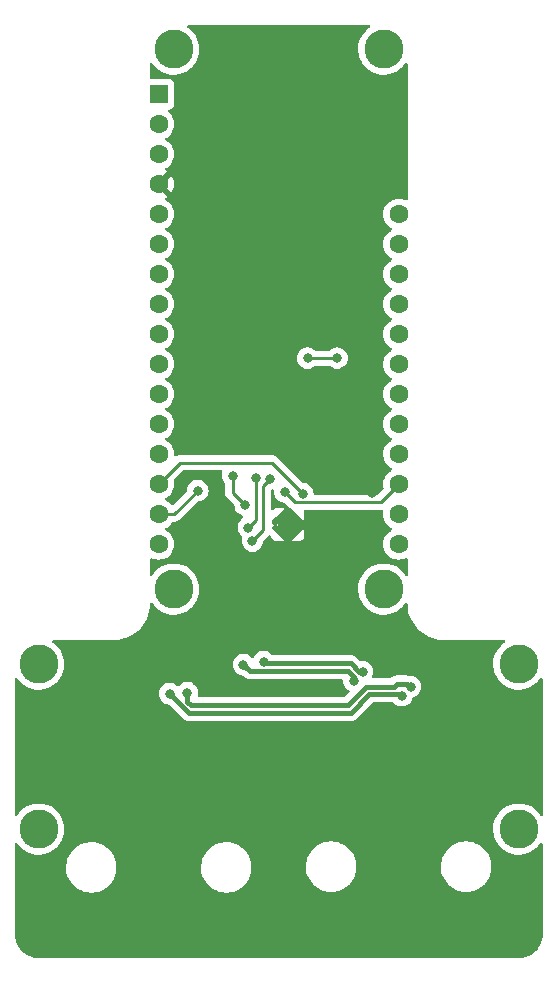
<source format=gbl>
G04 #@! TF.GenerationSoftware,KiCad,Pcbnew,(6.0.8-1)-1*
G04 #@! TF.CreationDate,2023-04-13T00:42:49-04:00*
G04 #@! TF.ProjectId,featherwing_rs485,66656174-6865-4727-9769-6e675f727334,1*
G04 #@! TF.SameCoordinates,Original*
G04 #@! TF.FileFunction,Copper,L2,Bot*
G04 #@! TF.FilePolarity,Positive*
%FSLAX46Y46*%
G04 Gerber Fmt 4.6, Leading zero omitted, Abs format (unit mm)*
G04 Created by KiCad (PCBNEW (6.0.8-1)-1) date 2023-04-13 00:42:49*
%MOMM*%
%LPD*%
G01*
G04 APERTURE LIST*
G04 #@! TA.AperFunction,ComponentPad*
%ADD10C,3.302000*%
G04 #@! TD*
G04 #@! TA.AperFunction,ComponentPad*
%ADD11C,0.500000*%
G04 #@! TD*
G04 #@! TA.AperFunction,SMDPad,CuDef*
%ADD12R,1.800000X1.800000*%
G04 #@! TD*
G04 #@! TA.AperFunction,ComponentPad*
%ADD13R,1.600000X1.600000*%
G04 #@! TD*
G04 #@! TA.AperFunction,ComponentPad*
%ADD14C,1.600000*%
G04 #@! TD*
G04 #@! TA.AperFunction,ViaPad*
%ADD15C,0.800000*%
G04 #@! TD*
G04 #@! TA.AperFunction,Conductor*
%ADD16C,0.250000*%
G04 #@! TD*
G04 #@! TA.AperFunction,Conductor*
%ADD17C,0.381000*%
G04 #@! TD*
G04 APERTURE END LIST*
D10*
X82550000Y-57150000D03*
X82550000Y-102870000D03*
X53340000Y-109220000D03*
X64770000Y-57150000D03*
X53340000Y-123190000D03*
D11*
X75072000Y-98054000D03*
X75072000Y-96754000D03*
X73772000Y-98054000D03*
X73772000Y-96754000D03*
D12*
X74422000Y-97404000D03*
D10*
X93980000Y-109220000D03*
X64770000Y-102870000D03*
X93980000Y-123190000D03*
D13*
X63500000Y-60960000D03*
D14*
X63500000Y-63500000D03*
X63500000Y-66040000D03*
X63500000Y-68580000D03*
X63500000Y-71120000D03*
X63500000Y-73660000D03*
X63500000Y-76200000D03*
X63500000Y-78740000D03*
X63500000Y-81280000D03*
X63500000Y-83820000D03*
X63500000Y-86360000D03*
X63500000Y-88900000D03*
X63500000Y-91440000D03*
X63500000Y-93980000D03*
X63500000Y-96520000D03*
X63500000Y-99060000D03*
X83820000Y-99060000D03*
X83820000Y-96520000D03*
X83820000Y-93980000D03*
X83820000Y-91440000D03*
X83820000Y-88900000D03*
X83820000Y-86360000D03*
X83820000Y-83820000D03*
X83820000Y-81280000D03*
X83820000Y-78740000D03*
X83820000Y-76200000D03*
X83820000Y-73660000D03*
X83820000Y-71120000D03*
D15*
X67818000Y-90728800D03*
X69748400Y-129438400D03*
X72517000Y-104902000D03*
X68122800Y-93472000D03*
X68122800Y-99974400D03*
X77470000Y-129438400D03*
X79857600Y-99872800D03*
X89916000Y-129387600D03*
X81584800Y-94691200D03*
X57150000Y-129489200D03*
X77724000Y-90474800D03*
X76581000Y-104902000D03*
X76098400Y-83312000D03*
X78587600Y-83312000D03*
X70673500Y-109253500D03*
X80019768Y-110607232D03*
X80762232Y-109864768D03*
X72390000Y-108999500D03*
X75692000Y-94792800D03*
X66802000Y-94538800D03*
X74172000Y-94644400D03*
X84083768Y-111877232D03*
X64411769Y-111722937D03*
X65913000Y-111633000D03*
X84826232Y-111134768D03*
X69748400Y-93268800D03*
X70815200Y-95758000D03*
X71729600Y-93421200D03*
X71085600Y-97654000D03*
X71429800Y-98801000D03*
X72948800Y-93522800D03*
D16*
X78587600Y-83312000D02*
X76098400Y-83312000D01*
D17*
X80019768Y-110310953D02*
X79498315Y-109789500D01*
X80019768Y-110607232D02*
X80019768Y-110310953D01*
X79498315Y-109789500D02*
X71209500Y-109789500D01*
X71209500Y-109789500D02*
X70673500Y-109253500D01*
X79759685Y-109158500D02*
X72390000Y-109158500D01*
X80465953Y-109864768D02*
X79759685Y-109158500D01*
X72390000Y-109158500D02*
X72390000Y-108999500D01*
X80762232Y-109864768D02*
X80465953Y-109864768D01*
D16*
X63500000Y-93980000D02*
X65328801Y-92151199D01*
X73050399Y-92151199D02*
X75692000Y-94792800D01*
X65328801Y-92151199D02*
X73050399Y-92151199D01*
X64820800Y-96520000D02*
X63500000Y-96520000D01*
X66802000Y-94538800D02*
X64820800Y-96520000D01*
X83820000Y-93980000D02*
X82282200Y-95517800D01*
X75045400Y-95517800D02*
X74172000Y-94644400D01*
X82282200Y-95517800D02*
X75045400Y-95517800D01*
D17*
X83972304Y-111765768D02*
X81339418Y-111765768D01*
X79759686Y-113345500D02*
X66034332Y-113345500D01*
X81339418Y-111765768D02*
X79759686Y-113345500D01*
X84083768Y-111877232D02*
X83972304Y-111765768D01*
X66034332Y-113345500D02*
X64411769Y-111722937D01*
X65913000Y-112395000D02*
X65913000Y-111633000D01*
X81078046Y-111134768D02*
X79498314Y-112714500D01*
X84755518Y-111134768D02*
X84497982Y-110877232D01*
X84826232Y-111134768D02*
X84755518Y-111134768D01*
X83412018Y-111134768D02*
X81078046Y-111134768D01*
X84497982Y-110877232D02*
X83669554Y-110877232D01*
X66232500Y-112714500D02*
X65913000Y-112395000D01*
X66421000Y-112714500D02*
X66232500Y-112714500D01*
X83669554Y-110877232D02*
X83412018Y-111134768D01*
X79498314Y-112714500D02*
X66421000Y-112714500D01*
D16*
X69748400Y-93268800D02*
X69748400Y-94691200D01*
X69748400Y-94691200D02*
X70815200Y-95758000D01*
X71729600Y-93421200D02*
X71729600Y-97010000D01*
X71729600Y-97010000D02*
X71085600Y-97654000D01*
X72339200Y-94132400D02*
X72339200Y-97891600D01*
X72339200Y-97891600D02*
X71429800Y-98801000D01*
X72948800Y-93522800D02*
X72339200Y-94132400D01*
G04 #@! TA.AperFunction,Conductor*
G36*
X68845138Y-92804701D02*
G01*
X68891631Y-92858357D01*
X68901735Y-92928631D01*
X68896850Y-92949635D01*
X68854858Y-93078872D01*
X68834896Y-93268800D01*
X68854858Y-93458728D01*
X68913873Y-93640356D01*
X69009360Y-93805744D01*
X69082537Y-93887015D01*
X69113253Y-93951021D01*
X69114900Y-93971324D01*
X69114900Y-94612433D01*
X69114373Y-94623616D01*
X69112698Y-94631109D01*
X69112947Y-94639035D01*
X69112947Y-94639036D01*
X69114838Y-94699186D01*
X69114900Y-94703145D01*
X69114900Y-94731056D01*
X69115397Y-94734990D01*
X69115397Y-94734991D01*
X69115405Y-94735056D01*
X69116338Y-94746893D01*
X69117727Y-94791089D01*
X69123378Y-94810539D01*
X69127387Y-94829900D01*
X69128740Y-94840606D01*
X69129926Y-94849997D01*
X69132845Y-94857368D01*
X69132845Y-94857370D01*
X69146204Y-94891112D01*
X69150049Y-94902342D01*
X69162382Y-94944793D01*
X69166415Y-94951612D01*
X69166417Y-94951617D01*
X69172693Y-94962228D01*
X69181388Y-94979976D01*
X69188848Y-94998817D01*
X69193510Y-95005233D01*
X69193510Y-95005234D01*
X69214836Y-95034587D01*
X69221352Y-95044507D01*
X69243858Y-95082562D01*
X69258179Y-95096883D01*
X69271019Y-95111916D01*
X69282928Y-95128307D01*
X69289034Y-95133358D01*
X69317005Y-95156498D01*
X69325784Y-95164488D01*
X69868078Y-95706782D01*
X69902104Y-95769094D01*
X69904293Y-95782707D01*
X69918334Y-95916298D01*
X69921658Y-95947928D01*
X69980673Y-96129556D01*
X69983976Y-96135278D01*
X69983977Y-96135279D01*
X69992397Y-96149862D01*
X70076160Y-96294944D01*
X70080578Y-96299851D01*
X70080579Y-96299852D01*
X70199525Y-96431955D01*
X70203947Y-96436866D01*
X70358448Y-96549118D01*
X70364476Y-96551802D01*
X70364478Y-96551803D01*
X70526881Y-96624109D01*
X70532912Y-96626794D01*
X70581854Y-96637197D01*
X70644327Y-96670926D01*
X70678649Y-96733075D01*
X70673921Y-96803914D01*
X70631645Y-96860952D01*
X70628811Y-96862831D01*
X70628848Y-96862882D01*
X70474347Y-96975134D01*
X70469926Y-96980044D01*
X70469925Y-96980045D01*
X70356499Y-97106018D01*
X70346560Y-97117056D01*
X70251073Y-97282444D01*
X70192058Y-97464072D01*
X70172096Y-97654000D01*
X70172786Y-97660565D01*
X70182775Y-97755601D01*
X70192058Y-97843928D01*
X70251073Y-98025556D01*
X70254376Y-98031278D01*
X70254377Y-98031279D01*
X70265557Y-98050643D01*
X70346560Y-98190944D01*
X70350978Y-98195851D01*
X70350979Y-98195852D01*
X70372912Y-98220211D01*
X70474347Y-98332866D01*
X70496102Y-98348672D01*
X70523504Y-98368581D01*
X70566858Y-98424804D01*
X70572933Y-98495540D01*
X70569276Y-98509453D01*
X70536258Y-98611072D01*
X70535568Y-98617633D01*
X70535568Y-98617635D01*
X70529824Y-98672285D01*
X70516296Y-98801000D01*
X70536258Y-98990928D01*
X70595273Y-99172556D01*
X70690760Y-99337944D01*
X70818547Y-99479866D01*
X70973048Y-99592118D01*
X70979076Y-99594802D01*
X70979078Y-99594803D01*
X71141481Y-99667109D01*
X71147512Y-99669794D01*
X71240913Y-99689647D01*
X71327856Y-99708128D01*
X71327861Y-99708128D01*
X71334313Y-99709500D01*
X71525287Y-99709500D01*
X71531739Y-99708128D01*
X71531744Y-99708128D01*
X71618687Y-99689647D01*
X71712088Y-99669794D01*
X71718119Y-99667109D01*
X71880522Y-99594803D01*
X71880524Y-99594802D01*
X71886552Y-99592118D01*
X72041053Y-99479866D01*
X72168840Y-99337944D01*
X72264327Y-99172556D01*
X72323342Y-98990928D01*
X72340707Y-98825708D01*
X72367720Y-98760051D01*
X72376922Y-98749782D01*
X72731458Y-98395247D01*
X72739737Y-98387713D01*
X72746218Y-98383600D01*
X72792844Y-98333948D01*
X72795598Y-98331107D01*
X72804587Y-98322118D01*
X72866899Y-98288092D01*
X72937714Y-98293157D01*
X72994550Y-98335704D01*
X73018945Y-98397607D01*
X73019895Y-98406352D01*
X73023521Y-98421604D01*
X73068676Y-98542054D01*
X73077214Y-98557649D01*
X73153715Y-98659724D01*
X73166276Y-98672285D01*
X73268351Y-98748786D01*
X73283946Y-98757324D01*
X73404394Y-98802478D01*
X73419649Y-98806105D01*
X73470514Y-98811631D01*
X73477328Y-98812000D01*
X73712964Y-98812000D01*
X73729628Y-98813107D01*
X73749043Y-98815697D01*
X73763040Y-98815991D01*
X73801187Y-98812519D01*
X73812607Y-98812000D01*
X74149885Y-98812000D01*
X74165124Y-98807525D01*
X74166329Y-98806135D01*
X74167224Y-98802017D01*
X74166029Y-98797947D01*
X74677193Y-98797947D01*
X74680475Y-98809123D01*
X74681865Y-98810328D01*
X74689548Y-98811999D01*
X75012957Y-98811999D01*
X75029622Y-98813106D01*
X75049044Y-98815698D01*
X75063040Y-98815991D01*
X75101195Y-98812518D01*
X75112615Y-98811999D01*
X75366669Y-98811999D01*
X75373490Y-98811629D01*
X75424352Y-98806105D01*
X75439604Y-98802479D01*
X75560054Y-98757324D01*
X75575649Y-98748786D01*
X75677724Y-98672285D01*
X75690285Y-98659724D01*
X75766786Y-98557649D01*
X75775324Y-98542054D01*
X75820478Y-98421606D01*
X75824105Y-98406351D01*
X75829631Y-98355486D01*
X75830000Y-98348672D01*
X75830000Y-98116124D01*
X75831226Y-98098588D01*
X75833948Y-98079222D01*
X75834554Y-98071338D01*
X75834741Y-98057962D01*
X75834354Y-98050062D01*
X75830785Y-98018240D01*
X75830000Y-98004195D01*
X75830000Y-97676115D01*
X75825525Y-97660876D01*
X75824135Y-97659671D01*
X75820017Y-97658776D01*
X75807419Y-97662475D01*
X75789616Y-97683021D01*
X75784183Y-97694917D01*
X75778054Y-97701499D01*
X74722041Y-98757512D01*
X74705410Y-98766594D01*
X74707477Y-98769355D01*
X74680258Y-98789731D01*
X74677193Y-98797947D01*
X74166029Y-98797947D01*
X74163525Y-98789419D01*
X74142979Y-98771616D01*
X74131083Y-98766183D01*
X74124501Y-98760054D01*
X73419579Y-98055132D01*
X74130751Y-98055132D01*
X74130882Y-98056965D01*
X74135133Y-98063580D01*
X74155188Y-98083635D01*
X74165277Y-98089144D01*
X74168000Y-98081843D01*
X74168000Y-98078332D01*
X74676000Y-98078332D01*
X74679237Y-98089357D01*
X74686328Y-98086119D01*
X74705635Y-98066812D01*
X74713249Y-98052868D01*
X74713118Y-98051035D01*
X74708867Y-98044420D01*
X74688812Y-98024365D01*
X74678723Y-98018856D01*
X74676000Y-98026157D01*
X74676000Y-98078332D01*
X74168000Y-98078332D01*
X74168000Y-98029668D01*
X74164763Y-98018643D01*
X74157672Y-98021881D01*
X74138365Y-98041188D01*
X74130751Y-98055132D01*
X73419579Y-98055132D01*
X73120048Y-97755601D01*
X73086022Y-97693289D01*
X73091087Y-97622474D01*
X73120048Y-97577411D01*
X73293458Y-97404001D01*
X73296321Y-97406864D01*
X73297087Y-97406097D01*
X73294326Y-97403132D01*
X73293458Y-97404000D01*
X73291362Y-97401904D01*
X73471923Y-97401904D01*
X73474684Y-97404869D01*
X73475553Y-97404000D01*
X73759188Y-97687635D01*
X73773132Y-97695249D01*
X73774965Y-97695118D01*
X73781580Y-97690867D01*
X73811210Y-97661237D01*
X75036643Y-97661237D01*
X75039881Y-97668328D01*
X75059188Y-97687635D01*
X75073132Y-97695249D01*
X75074965Y-97695118D01*
X75081580Y-97690867D01*
X75101635Y-97670812D01*
X75107144Y-97660723D01*
X75099843Y-97658000D01*
X75047668Y-97658000D01*
X75036643Y-97661237D01*
X73811210Y-97661237D01*
X74055635Y-97416812D01*
X74063249Y-97402868D01*
X74063118Y-97401035D01*
X74058867Y-97394420D01*
X73811724Y-97147277D01*
X75036856Y-97147277D01*
X75044157Y-97150000D01*
X75096332Y-97150000D01*
X75107357Y-97146763D01*
X75104119Y-97139672D01*
X75084812Y-97120365D01*
X75070868Y-97112751D01*
X75069035Y-97112882D01*
X75062420Y-97117133D01*
X75042365Y-97137188D01*
X75036856Y-97147277D01*
X73811724Y-97147277D01*
X73784812Y-97120365D01*
X73770868Y-97112751D01*
X73769035Y-97112882D01*
X73762420Y-97117133D01*
X73475553Y-97404000D01*
X73472690Y-97401137D01*
X73471923Y-97401904D01*
X73291362Y-97401904D01*
X73207729Y-97318271D01*
X73120047Y-97230590D01*
X73086021Y-97168278D01*
X73091086Y-97097463D01*
X73120047Y-97052400D01*
X73417315Y-96755132D01*
X74130751Y-96755132D01*
X74130882Y-96756965D01*
X74135133Y-96763580D01*
X74155188Y-96783635D01*
X74165277Y-96789144D01*
X74168000Y-96781843D01*
X74168000Y-96778332D01*
X74676000Y-96778332D01*
X74679237Y-96789357D01*
X74686328Y-96786119D01*
X74705635Y-96766812D01*
X74713249Y-96752868D01*
X74713118Y-96751035D01*
X74708867Y-96744420D01*
X74688812Y-96724365D01*
X74678723Y-96718856D01*
X74676000Y-96726157D01*
X74676000Y-96778332D01*
X74168000Y-96778332D01*
X74168000Y-96729668D01*
X74164763Y-96718643D01*
X74157672Y-96721881D01*
X74138365Y-96741188D01*
X74130751Y-96755132D01*
X73417315Y-96755132D01*
X74121959Y-96050488D01*
X74138590Y-96041406D01*
X74136523Y-96038645D01*
X74163742Y-96018269D01*
X74166807Y-96010053D01*
X74163525Y-95998877D01*
X74162135Y-95997672D01*
X74154452Y-95996001D01*
X73824883Y-95996001D01*
X73809964Y-95995115D01*
X73784318Y-95992057D01*
X73770321Y-95991959D01*
X73738430Y-95995311D01*
X73725260Y-95996001D01*
X73477331Y-95996001D01*
X73470510Y-95996371D01*
X73419648Y-96001895D01*
X73404396Y-96005521D01*
X73283946Y-96050676D01*
X73268352Y-96059214D01*
X73174265Y-96129728D01*
X73107759Y-96154576D01*
X73038376Y-96139523D01*
X72988146Y-96089349D01*
X72972700Y-96028902D01*
X72972700Y-94548549D01*
X72992702Y-94480428D01*
X73046358Y-94433935D01*
X73072499Y-94425303D01*
X73116667Y-94415915D01*
X73187457Y-94421317D01*
X73244090Y-94464134D01*
X73268583Y-94530772D01*
X73268173Y-94552327D01*
X73258496Y-94644400D01*
X73259186Y-94650965D01*
X73275969Y-94810642D01*
X73278458Y-94834328D01*
X73337473Y-95015956D01*
X73340776Y-95021678D01*
X73340777Y-95021679D01*
X73351004Y-95039392D01*
X73432960Y-95181344D01*
X73437378Y-95186251D01*
X73437379Y-95186252D01*
X73494778Y-95250000D01*
X73560747Y-95323266D01*
X73715248Y-95435518D01*
X73721276Y-95438202D01*
X73721278Y-95438203D01*
X73748177Y-95450179D01*
X73889712Y-95513194D01*
X73983113Y-95533047D01*
X74070056Y-95551528D01*
X74070061Y-95551528D01*
X74076513Y-95552900D01*
X74132405Y-95552900D01*
X74200526Y-95572902D01*
X74221500Y-95589805D01*
X74541748Y-95910053D01*
X74549288Y-95918339D01*
X74553400Y-95924818D01*
X74559177Y-95930243D01*
X74603051Y-95971443D01*
X74605893Y-95974198D01*
X74625630Y-95993935D01*
X74628827Y-95996415D01*
X74637847Y-96004118D01*
X74670079Y-96034386D01*
X74677025Y-96038205D01*
X74677028Y-96038207D01*
X74687834Y-96044148D01*
X74704353Y-96054999D01*
X74720359Y-96067414D01*
X74727634Y-96070562D01*
X74731107Y-96072065D01*
X74770159Y-96098606D01*
X75775512Y-97103959D01*
X75784594Y-97120590D01*
X75787355Y-97118523D01*
X75807731Y-97145742D01*
X75815947Y-97148807D01*
X75827123Y-97145525D01*
X75828328Y-97144135D01*
X75829999Y-97136452D01*
X75829999Y-96816130D01*
X75831225Y-96798593D01*
X75833948Y-96779219D01*
X75834554Y-96771340D01*
X75834741Y-96757962D01*
X75834354Y-96750062D01*
X75830784Y-96718233D01*
X75829999Y-96704188D01*
X75829999Y-96459331D01*
X75829629Y-96452510D01*
X75824105Y-96401648D01*
X75820478Y-96386393D01*
X75796162Y-96321529D01*
X75790979Y-96250722D01*
X75824900Y-96188353D01*
X75887156Y-96154224D01*
X75914144Y-96151300D01*
X82203433Y-96151300D01*
X82214616Y-96151827D01*
X82222109Y-96153502D01*
X82230035Y-96153253D01*
X82230036Y-96153253D01*
X82290186Y-96151362D01*
X82294145Y-96151300D01*
X82322056Y-96151300D01*
X82325991Y-96150803D01*
X82326056Y-96150795D01*
X82337893Y-96149862D01*
X82382089Y-96148473D01*
X82384997Y-96147628D01*
X82453249Y-96156449D01*
X82507562Y-96202172D01*
X82528534Y-96270000D01*
X82526909Y-96290226D01*
X82526457Y-96291913D01*
X82506502Y-96520000D01*
X82526457Y-96748087D01*
X82527881Y-96753400D01*
X82527881Y-96753402D01*
X82580934Y-96951395D01*
X82585716Y-96969243D01*
X82588039Y-96974224D01*
X82588039Y-96974225D01*
X82680151Y-97171762D01*
X82680154Y-97171767D01*
X82682477Y-97176749D01*
X82813802Y-97364300D01*
X82975700Y-97526198D01*
X82980208Y-97529355D01*
X82980211Y-97529357D01*
X83058389Y-97584098D01*
X83163251Y-97657523D01*
X83168233Y-97659846D01*
X83168238Y-97659849D01*
X83202457Y-97675805D01*
X83255742Y-97722722D01*
X83275203Y-97790999D01*
X83254661Y-97858959D01*
X83202457Y-97904195D01*
X83168238Y-97920151D01*
X83168233Y-97920154D01*
X83163251Y-97922477D01*
X83058389Y-97995902D01*
X82980211Y-98050643D01*
X82980208Y-98050645D01*
X82975700Y-98053802D01*
X82813802Y-98215700D01*
X82810645Y-98220208D01*
X82810643Y-98220211D01*
X82763112Y-98288092D01*
X82682477Y-98403251D01*
X82680154Y-98408233D01*
X82680151Y-98408238D01*
X82588039Y-98605775D01*
X82585716Y-98610757D01*
X82584294Y-98616065D01*
X82584293Y-98616067D01*
X82527881Y-98826598D01*
X82526457Y-98831913D01*
X82506502Y-99060000D01*
X82526457Y-99288087D01*
X82585716Y-99509243D01*
X82588039Y-99514224D01*
X82588039Y-99514225D01*
X82680151Y-99711762D01*
X82680154Y-99711767D01*
X82682477Y-99716749D01*
X82813802Y-99904300D01*
X82975700Y-100066198D01*
X82980208Y-100069355D01*
X82980211Y-100069357D01*
X83058389Y-100124098D01*
X83163251Y-100197523D01*
X83168233Y-100199846D01*
X83168238Y-100199849D01*
X83336556Y-100278336D01*
X83370757Y-100294284D01*
X83376065Y-100295706D01*
X83376067Y-100295707D01*
X83586598Y-100352119D01*
X83586600Y-100352119D01*
X83591913Y-100353543D01*
X83820000Y-100373498D01*
X84048087Y-100353543D01*
X84053400Y-100352119D01*
X84053402Y-100352119D01*
X84263933Y-100295707D01*
X84263935Y-100295706D01*
X84269243Y-100294284D01*
X84402251Y-100232262D01*
X84472442Y-100221601D01*
X84537255Y-100250581D01*
X84576111Y-100310001D01*
X84581500Y-100346457D01*
X84581500Y-101606448D01*
X84561498Y-101674569D01*
X84507842Y-101721062D01*
X84437568Y-101731166D01*
X84372988Y-101701672D01*
X84352413Y-101678898D01*
X84234637Y-101511319D01*
X84234631Y-101511312D01*
X84232168Y-101507807D01*
X84031734Y-101292114D01*
X84028419Y-101289400D01*
X84028415Y-101289397D01*
X83807199Y-101108334D01*
X83803881Y-101105618D01*
X83552826Y-100951772D01*
X83283214Y-100833420D01*
X83000034Y-100752755D01*
X82708527Y-100711267D01*
X82553376Y-100710454D01*
X82418373Y-100709747D01*
X82418366Y-100709747D01*
X82414087Y-100709725D01*
X82409843Y-100710284D01*
X82409839Y-100710284D01*
X82281070Y-100727237D01*
X82122162Y-100748158D01*
X82118022Y-100749291D01*
X82118020Y-100749291D01*
X81842298Y-100824720D01*
X81838153Y-100825854D01*
X81567317Y-100941375D01*
X81414880Y-101032607D01*
X81318346Y-101090381D01*
X81318342Y-101090384D01*
X81314664Y-101092585D01*
X81084871Y-101276684D01*
X81081927Y-101279786D01*
X81081923Y-101279790D01*
X80992443Y-101374083D01*
X80882189Y-101490266D01*
X80710368Y-101729380D01*
X80572589Y-101989600D01*
X80571117Y-101993623D01*
X80571115Y-101993627D01*
X80563515Y-102014396D01*
X80471400Y-102266111D01*
X80408675Y-102553797D01*
X80385573Y-102847333D01*
X80402522Y-103141290D01*
X80403347Y-103145495D01*
X80403348Y-103145503D01*
X80436060Y-103312233D01*
X80459209Y-103430226D01*
X80460596Y-103434276D01*
X80460597Y-103434281D01*
X80482973Y-103499635D01*
X80554585Y-103708795D01*
X80686884Y-103971844D01*
X80689310Y-103975373D01*
X80689313Y-103975379D01*
X80777360Y-104103487D01*
X80853659Y-104214503D01*
X80856546Y-104217676D01*
X80856547Y-104217677D01*
X81048934Y-104429107D01*
X81051824Y-104432283D01*
X81277712Y-104621154D01*
X81281353Y-104623438D01*
X81523502Y-104775339D01*
X81523506Y-104775341D01*
X81527142Y-104777622D01*
X81795500Y-104898790D01*
X81799619Y-104900010D01*
X82073706Y-104981199D01*
X82073711Y-104981200D01*
X82077819Y-104982417D01*
X82082053Y-104983065D01*
X82082058Y-104983066D01*
X82339396Y-105022444D01*
X82368875Y-105026955D01*
X82518772Y-105029310D01*
X82658993Y-105031513D01*
X82658999Y-105031513D01*
X82663284Y-105031580D01*
X82955595Y-104996206D01*
X83240402Y-104921488D01*
X83512433Y-104808809D01*
X83562782Y-104779388D01*
X83762957Y-104662415D01*
X83762958Y-104662415D01*
X83766655Y-104660254D01*
X83770015Y-104657620D01*
X83770023Y-104657614D01*
X83994992Y-104481215D01*
X83998364Y-104478571D01*
X84203272Y-104267123D01*
X84205805Y-104263675D01*
X84205809Y-104263670D01*
X84349924Y-104067481D01*
X84406373Y-104024422D01*
X84477140Y-104018717D01*
X84539757Y-104052178D01*
X84574344Y-104114180D01*
X84576371Y-104133323D01*
X84576309Y-104133724D01*
X84576860Y-104137938D01*
X84577462Y-104143620D01*
X84577450Y-104144571D01*
X84577697Y-104147270D01*
X84578928Y-104170745D01*
X84592468Y-104429107D01*
X84594039Y-104459092D01*
X84594554Y-104462343D01*
X84625900Y-104660254D01*
X84644024Y-104774689D01*
X84726725Y-105083331D01*
X84841234Y-105381638D01*
X84986298Y-105666342D01*
X85160327Y-105934323D01*
X85162405Y-105936889D01*
X85352390Y-106171500D01*
X85361414Y-106182644D01*
X85587356Y-106408586D01*
X85835677Y-106609673D01*
X86103658Y-106783702D01*
X86388362Y-106928766D01*
X86686669Y-107043275D01*
X86995311Y-107125976D01*
X86998561Y-107126491D01*
X86998567Y-107126492D01*
X87232334Y-107163516D01*
X87310908Y-107175961D01*
X87314191Y-107176133D01*
X87314200Y-107176134D01*
X87458753Y-107183709D01*
X87596872Y-107190948D01*
X87611183Y-107192522D01*
X87617448Y-107193576D01*
X87623724Y-107193653D01*
X87625140Y-107193670D01*
X87625143Y-107193670D01*
X87630000Y-107193729D01*
X87657624Y-107189773D01*
X87675486Y-107188500D01*
X92713324Y-107188500D01*
X92781445Y-107208502D01*
X92827938Y-107262158D01*
X92838042Y-107332432D01*
X92808548Y-107397012D01*
X92778030Y-107422616D01*
X92748346Y-107440381D01*
X92748342Y-107440384D01*
X92744664Y-107442585D01*
X92514871Y-107626684D01*
X92511927Y-107629786D01*
X92511923Y-107629790D01*
X92451315Y-107693658D01*
X92312189Y-107840266D01*
X92140368Y-108079380D01*
X92002589Y-108339600D01*
X92001117Y-108343623D01*
X92001115Y-108343627D01*
X91902875Y-108612080D01*
X91901400Y-108616111D01*
X91838675Y-108903797D01*
X91815573Y-109197333D01*
X91832522Y-109491290D01*
X91833347Y-109495495D01*
X91833348Y-109495503D01*
X91857533Y-109618771D01*
X91889209Y-109780226D01*
X91890596Y-109784276D01*
X91890597Y-109784281D01*
X91983196Y-110054739D01*
X91984585Y-110058795D01*
X92034686Y-110158411D01*
X92114519Y-110317141D01*
X92116884Y-110321844D01*
X92119310Y-110325373D01*
X92119313Y-110325379D01*
X92225695Y-110480165D01*
X92283659Y-110564503D01*
X92481824Y-110782283D01*
X92485119Y-110785038D01*
X92485120Y-110785039D01*
X92566127Y-110852771D01*
X92707712Y-110971154D01*
X92711353Y-110973438D01*
X92953502Y-111125339D01*
X92953506Y-111125341D01*
X92957142Y-111127622D01*
X92961052Y-111129387D01*
X92961053Y-111129388D01*
X92993805Y-111144176D01*
X93225500Y-111248790D01*
X93229619Y-111250010D01*
X93503706Y-111331199D01*
X93503711Y-111331200D01*
X93507819Y-111332417D01*
X93512053Y-111333065D01*
X93512058Y-111333066D01*
X93769396Y-111372444D01*
X93798875Y-111376955D01*
X93948772Y-111379310D01*
X94088993Y-111381513D01*
X94088999Y-111381513D01*
X94093284Y-111381580D01*
X94385595Y-111346206D01*
X94670402Y-111271488D01*
X94942433Y-111158809D01*
X94959076Y-111149084D01*
X95192957Y-111012415D01*
X95192958Y-111012415D01*
X95196655Y-111010254D01*
X95200015Y-111007620D01*
X95200023Y-111007614D01*
X95424992Y-110831215D01*
X95428364Y-110828571D01*
X95633272Y-110617123D01*
X95635805Y-110613675D01*
X95635809Y-110613670D01*
X95783953Y-110411996D01*
X95840402Y-110368937D01*
X95911169Y-110363232D01*
X95973786Y-110396692D01*
X96008373Y-110458694D01*
X96011500Y-110486590D01*
X96011500Y-121926448D01*
X95991498Y-121994569D01*
X95937842Y-122041062D01*
X95867568Y-122051166D01*
X95802988Y-122021672D01*
X95782413Y-121998898D01*
X95664637Y-121831319D01*
X95664631Y-121831312D01*
X95662168Y-121827807D01*
X95461734Y-121612114D01*
X95458419Y-121609400D01*
X95458415Y-121609397D01*
X95237199Y-121428334D01*
X95233881Y-121425618D01*
X94982826Y-121271772D01*
X94713214Y-121153420D01*
X94430034Y-121072755D01*
X94138527Y-121031267D01*
X93983376Y-121030454D01*
X93848373Y-121029747D01*
X93848366Y-121029747D01*
X93844087Y-121029725D01*
X93839843Y-121030284D01*
X93839839Y-121030284D01*
X93711070Y-121047237D01*
X93552162Y-121068158D01*
X93548022Y-121069291D01*
X93548020Y-121069291D01*
X93272298Y-121144720D01*
X93268153Y-121145854D01*
X92997317Y-121261375D01*
X92844880Y-121352607D01*
X92748346Y-121410381D01*
X92748342Y-121410384D01*
X92744664Y-121412585D01*
X92514871Y-121596684D01*
X92511927Y-121599786D01*
X92511923Y-121599790D01*
X92422443Y-121694083D01*
X92312189Y-121810266D01*
X92140368Y-122049380D01*
X92002589Y-122309600D01*
X92001117Y-122313623D01*
X92001115Y-122313627D01*
X91993515Y-122334396D01*
X91901400Y-122586111D01*
X91838675Y-122873797D01*
X91815573Y-123167333D01*
X91832522Y-123461290D01*
X91833347Y-123465495D01*
X91833348Y-123465503D01*
X91866060Y-123632233D01*
X91889209Y-123750226D01*
X91890596Y-123754276D01*
X91890597Y-123754281D01*
X91912973Y-123819635D01*
X91984585Y-124028795D01*
X92050734Y-124160319D01*
X92093832Y-124246009D01*
X92116884Y-124291844D01*
X92119310Y-124295373D01*
X92119313Y-124295379D01*
X92210938Y-124428694D01*
X92283659Y-124534503D01*
X92481824Y-124752283D01*
X92707712Y-124941154D01*
X92711353Y-124943438D01*
X92953502Y-125095339D01*
X92953506Y-125095341D01*
X92957142Y-125097622D01*
X93225500Y-125218790D01*
X93229619Y-125220010D01*
X93503706Y-125301199D01*
X93503711Y-125301200D01*
X93507819Y-125302417D01*
X93512053Y-125303065D01*
X93512058Y-125303066D01*
X93769396Y-125342444D01*
X93798875Y-125346955D01*
X93948772Y-125349310D01*
X94088993Y-125351513D01*
X94088999Y-125351513D01*
X94093284Y-125351580D01*
X94385595Y-125316206D01*
X94670402Y-125241488D01*
X94942433Y-125128809D01*
X94946871Y-125126216D01*
X95192957Y-124982415D01*
X95192958Y-124982415D01*
X95196655Y-124980254D01*
X95200015Y-124977620D01*
X95200023Y-124977614D01*
X95424992Y-124801215D01*
X95428364Y-124798571D01*
X95633272Y-124587123D01*
X95635805Y-124583675D01*
X95635809Y-124583670D01*
X95783953Y-124381996D01*
X95840402Y-124338937D01*
X95911169Y-124333232D01*
X95973786Y-124366692D01*
X96008373Y-124428694D01*
X96011500Y-124456590D01*
X96011500Y-132030633D01*
X96010000Y-132050018D01*
X96007690Y-132064851D01*
X96007690Y-132064855D01*
X96006309Y-132073724D01*
X96007473Y-132082626D01*
X96007473Y-132082629D01*
X96008439Y-132090012D01*
X96009233Y-132114591D01*
X95994660Y-132336922D01*
X95992509Y-132353262D01*
X95943889Y-132597693D01*
X95939625Y-132613606D01*
X95905312Y-132714689D01*
X95859516Y-132849600D01*
X95853209Y-132864826D01*
X95742984Y-133088342D01*
X95734743Y-133102616D01*
X95596287Y-133309829D01*
X95586254Y-133322905D01*
X95421932Y-133510278D01*
X95410278Y-133521932D01*
X95222905Y-133686254D01*
X95209829Y-133696287D01*
X95002616Y-133834743D01*
X94988342Y-133842984D01*
X94764826Y-133953209D01*
X94749602Y-133959515D01*
X94513606Y-134039625D01*
X94497696Y-134043888D01*
X94375478Y-134068199D01*
X94253262Y-134092509D01*
X94236922Y-134094660D01*
X94088134Y-134104413D01*
X94021763Y-134108763D01*
X93998650Y-134107733D01*
X93995146Y-134107690D01*
X93986276Y-134106309D01*
X93977374Y-134107473D01*
X93977372Y-134107473D01*
X93963915Y-134109233D01*
X93954714Y-134110436D01*
X93938379Y-134111500D01*
X53389367Y-134111500D01*
X53369982Y-134110000D01*
X53355149Y-134107690D01*
X53355145Y-134107690D01*
X53346276Y-134106309D01*
X53337374Y-134107473D01*
X53337371Y-134107473D01*
X53329988Y-134108439D01*
X53305409Y-134109233D01*
X53260799Y-134106309D01*
X53083078Y-134094660D01*
X53066738Y-134092509D01*
X52944522Y-134068199D01*
X52822304Y-134043888D01*
X52806394Y-134039625D01*
X52570398Y-133959515D01*
X52555174Y-133953209D01*
X52331658Y-133842984D01*
X52317384Y-133834743D01*
X52110171Y-133696287D01*
X52097095Y-133686254D01*
X51909722Y-133521932D01*
X51898068Y-133510278D01*
X51733746Y-133322905D01*
X51723713Y-133309829D01*
X51585257Y-133102616D01*
X51577016Y-133088342D01*
X51466791Y-132864826D01*
X51460484Y-132849600D01*
X51414688Y-132714689D01*
X51380375Y-132613606D01*
X51376111Y-132597693D01*
X51327491Y-132353262D01*
X51325340Y-132336922D01*
X51311476Y-132125407D01*
X51312650Y-132102232D01*
X51312334Y-132102204D01*
X51312770Y-132097344D01*
X51313576Y-132092552D01*
X51313729Y-132080000D01*
X51309773Y-132052376D01*
X51308500Y-132034514D01*
X51308500Y-126565277D01*
X55650735Y-126565277D01*
X55688705Y-126853687D01*
X55765465Y-127134276D01*
X55767149Y-127138224D01*
X55861490Y-127359402D01*
X55879596Y-127401852D01*
X56028985Y-127651462D01*
X56031669Y-127654813D01*
X56031671Y-127654815D01*
X56046322Y-127673102D01*
X56210867Y-127878489D01*
X56421878Y-128078731D01*
X56658113Y-128248483D01*
X56915200Y-128384603D01*
X56919223Y-128386075D01*
X56919227Y-128386077D01*
X57183616Y-128482830D01*
X57188382Y-128484574D01*
X57472604Y-128546544D01*
X57501650Y-128548830D01*
X57698297Y-128564307D01*
X57698304Y-128564307D01*
X57700753Y-128564500D01*
X57858121Y-128564500D01*
X57860257Y-128564354D01*
X57860268Y-128564354D01*
X58070949Y-128549991D01*
X58070955Y-128549990D01*
X58075226Y-128549699D01*
X58079421Y-128548830D01*
X58079423Y-128548830D01*
X58323391Y-128498307D01*
X58360081Y-128490709D01*
X58634295Y-128393605D01*
X58762167Y-128327605D01*
X58888986Y-128262149D01*
X58888987Y-128262149D01*
X58892793Y-128260184D01*
X58896294Y-128257723D01*
X58896298Y-128257721D01*
X59011793Y-128176549D01*
X59130792Y-128092915D01*
X59343888Y-127894894D01*
X59354895Y-127881447D01*
X59525423Y-127673102D01*
X59528139Y-127669784D01*
X59680133Y-127421752D01*
X59688869Y-127401852D01*
X59795334Y-127159315D01*
X59797059Y-127155386D01*
X59803073Y-127134276D01*
X59823052Y-127064137D01*
X59876754Y-126875616D01*
X59879286Y-126857829D01*
X59917137Y-126591870D01*
X59917742Y-126587619D01*
X59917859Y-126565277D01*
X67080735Y-126565277D01*
X67118705Y-126853687D01*
X67195465Y-127134276D01*
X67197149Y-127138224D01*
X67291490Y-127359402D01*
X67309596Y-127401852D01*
X67458985Y-127651462D01*
X67461669Y-127654813D01*
X67461671Y-127654815D01*
X67476322Y-127673102D01*
X67640867Y-127878489D01*
X67851878Y-128078731D01*
X68088113Y-128248483D01*
X68345200Y-128384603D01*
X68349223Y-128386075D01*
X68349227Y-128386077D01*
X68613616Y-128482830D01*
X68618382Y-128484574D01*
X68902604Y-128546544D01*
X68931650Y-128548830D01*
X69128297Y-128564307D01*
X69128304Y-128564307D01*
X69130753Y-128564500D01*
X69288121Y-128564500D01*
X69290257Y-128564354D01*
X69290268Y-128564354D01*
X69500949Y-128549991D01*
X69500955Y-128549990D01*
X69505226Y-128549699D01*
X69509421Y-128548830D01*
X69509423Y-128548830D01*
X69753391Y-128498307D01*
X69790081Y-128490709D01*
X70064295Y-128393605D01*
X70192167Y-128327605D01*
X70318986Y-128262149D01*
X70318987Y-128262149D01*
X70322793Y-128260184D01*
X70326294Y-128257723D01*
X70326298Y-128257721D01*
X70441793Y-128176549D01*
X70560792Y-128092915D01*
X70773888Y-127894894D01*
X70784895Y-127881447D01*
X70955423Y-127673102D01*
X70958139Y-127669784D01*
X71110133Y-127421752D01*
X71118869Y-127401852D01*
X71225334Y-127159315D01*
X71227059Y-127155386D01*
X71233073Y-127134276D01*
X71253052Y-127064137D01*
X71306754Y-126875616D01*
X71309286Y-126857829D01*
X71347137Y-126591870D01*
X71347742Y-126587619D01*
X71348205Y-126499277D01*
X75970735Y-126499277D01*
X76008705Y-126787687D01*
X76085465Y-127068276D01*
X76199596Y-127335852D01*
X76348985Y-127585462D01*
X76351669Y-127588813D01*
X76351671Y-127588815D01*
X76438907Y-127697703D01*
X76530867Y-127812489D01*
X76741878Y-128012731D01*
X76978113Y-128182483D01*
X77003924Y-128196149D01*
X77128577Y-128262149D01*
X77235200Y-128318603D01*
X77239223Y-128320075D01*
X77239227Y-128320077D01*
X77504351Y-128417099D01*
X77508382Y-128418574D01*
X77792604Y-128480544D01*
X77821650Y-128482830D01*
X78018297Y-128498307D01*
X78018304Y-128498307D01*
X78020753Y-128498500D01*
X78178121Y-128498500D01*
X78180257Y-128498354D01*
X78180268Y-128498354D01*
X78390949Y-128483991D01*
X78390955Y-128483990D01*
X78395226Y-128483699D01*
X78399421Y-128482830D01*
X78399423Y-128482830D01*
X78537654Y-128454204D01*
X78680081Y-128424709D01*
X78954295Y-128327605D01*
X79107591Y-128248483D01*
X79208986Y-128196149D01*
X79208987Y-128196149D01*
X79212793Y-128194184D01*
X79216294Y-128191723D01*
X79216298Y-128191721D01*
X79373508Y-128081231D01*
X79450792Y-128026915D01*
X79607334Y-127881447D01*
X79660745Y-127831815D01*
X79660748Y-127831812D01*
X79663888Y-127828894D01*
X79674895Y-127815447D01*
X79845423Y-127607102D01*
X79848139Y-127603784D01*
X80000133Y-127355752D01*
X80008869Y-127335852D01*
X80088087Y-127155386D01*
X80117059Y-127089386D01*
X80123073Y-127068276D01*
X80142782Y-126999087D01*
X80196754Y-126809616D01*
X80199286Y-126791829D01*
X80237137Y-126525870D01*
X80237742Y-126521619D01*
X80237859Y-126499277D01*
X87400735Y-126499277D01*
X87438705Y-126787687D01*
X87515465Y-127068276D01*
X87629596Y-127335852D01*
X87778985Y-127585462D01*
X87781669Y-127588813D01*
X87781671Y-127588815D01*
X87868907Y-127697703D01*
X87960867Y-127812489D01*
X88171878Y-128012731D01*
X88408113Y-128182483D01*
X88433924Y-128196149D01*
X88558577Y-128262149D01*
X88665200Y-128318603D01*
X88669223Y-128320075D01*
X88669227Y-128320077D01*
X88934351Y-128417099D01*
X88938382Y-128418574D01*
X89222604Y-128480544D01*
X89251650Y-128482830D01*
X89448297Y-128498307D01*
X89448304Y-128498307D01*
X89450753Y-128498500D01*
X89608121Y-128498500D01*
X89610257Y-128498354D01*
X89610268Y-128498354D01*
X89820949Y-128483991D01*
X89820955Y-128483990D01*
X89825226Y-128483699D01*
X89829421Y-128482830D01*
X89829423Y-128482830D01*
X89967654Y-128454204D01*
X90110081Y-128424709D01*
X90384295Y-128327605D01*
X90537591Y-128248483D01*
X90638986Y-128196149D01*
X90638987Y-128196149D01*
X90642793Y-128194184D01*
X90646294Y-128191723D01*
X90646298Y-128191721D01*
X90803508Y-128081231D01*
X90880792Y-128026915D01*
X91037334Y-127881447D01*
X91090745Y-127831815D01*
X91090748Y-127831812D01*
X91093888Y-127828894D01*
X91104895Y-127815447D01*
X91275423Y-127607102D01*
X91278139Y-127603784D01*
X91430133Y-127355752D01*
X91438869Y-127335852D01*
X91518087Y-127155386D01*
X91547059Y-127089386D01*
X91553073Y-127068276D01*
X91572782Y-126999087D01*
X91626754Y-126809616D01*
X91629286Y-126791829D01*
X91667137Y-126525870D01*
X91667742Y-126521619D01*
X91668897Y-126301009D01*
X91669243Y-126235009D01*
X91669243Y-126235003D01*
X91669265Y-126230723D01*
X91631295Y-125942313D01*
X91554535Y-125661724D01*
X91470241Y-125464100D01*
X91442090Y-125398100D01*
X91442088Y-125398096D01*
X91440404Y-125394148D01*
X91291015Y-125144538D01*
X91276337Y-125126216D01*
X91129904Y-124943438D01*
X91109133Y-124917511D01*
X90898122Y-124717269D01*
X90661887Y-124547517D01*
X90482676Y-124452630D01*
X90408587Y-124413402D01*
X90408586Y-124413401D01*
X90404800Y-124411397D01*
X90400777Y-124409925D01*
X90400773Y-124409923D01*
X90135649Y-124312901D01*
X90135647Y-124312900D01*
X90131618Y-124311426D01*
X89847396Y-124249456D01*
X89803598Y-124246009D01*
X89621703Y-124231693D01*
X89621696Y-124231693D01*
X89619247Y-124231500D01*
X89461879Y-124231500D01*
X89459743Y-124231646D01*
X89459732Y-124231646D01*
X89249051Y-124246009D01*
X89249045Y-124246010D01*
X89244774Y-124246301D01*
X89240579Y-124247170D01*
X89240577Y-124247170D01*
X89225130Y-124250369D01*
X88959919Y-124305291D01*
X88685705Y-124402395D01*
X88681896Y-124404361D01*
X88540392Y-124477397D01*
X88427207Y-124535816D01*
X88423706Y-124538277D01*
X88423702Y-124538279D01*
X88410558Y-124547517D01*
X88189208Y-124703085D01*
X88136265Y-124752283D01*
X88083608Y-124801215D01*
X87976112Y-124901106D01*
X87973398Y-124904422D01*
X87973395Y-124904425D01*
X87859426Y-125043668D01*
X87791861Y-125126216D01*
X87639867Y-125374248D01*
X87638148Y-125378165D01*
X87638146Y-125378168D01*
X87629397Y-125398100D01*
X87522941Y-125640614D01*
X87521765Y-125644742D01*
X87521764Y-125644745D01*
X87499252Y-125723776D01*
X87443246Y-125920384D01*
X87442642Y-125924626D01*
X87442641Y-125924632D01*
X87433248Y-125990632D01*
X87402258Y-126208381D01*
X87400735Y-126499277D01*
X80237859Y-126499277D01*
X80238897Y-126301009D01*
X80239243Y-126235009D01*
X80239243Y-126235003D01*
X80239265Y-126230723D01*
X80201295Y-125942313D01*
X80124535Y-125661724D01*
X80040241Y-125464100D01*
X80012090Y-125398100D01*
X80012088Y-125398096D01*
X80010404Y-125394148D01*
X79861015Y-125144538D01*
X79846337Y-125126216D01*
X79699904Y-124943438D01*
X79679133Y-124917511D01*
X79468122Y-124717269D01*
X79231887Y-124547517D01*
X79052676Y-124452630D01*
X78978587Y-124413402D01*
X78978586Y-124413401D01*
X78974800Y-124411397D01*
X78970777Y-124409925D01*
X78970773Y-124409923D01*
X78705649Y-124312901D01*
X78705647Y-124312900D01*
X78701618Y-124311426D01*
X78417396Y-124249456D01*
X78373598Y-124246009D01*
X78191703Y-124231693D01*
X78191696Y-124231693D01*
X78189247Y-124231500D01*
X78031879Y-124231500D01*
X78029743Y-124231646D01*
X78029732Y-124231646D01*
X77819051Y-124246009D01*
X77819045Y-124246010D01*
X77814774Y-124246301D01*
X77810579Y-124247170D01*
X77810577Y-124247170D01*
X77795130Y-124250369D01*
X77529919Y-124305291D01*
X77255705Y-124402395D01*
X77251896Y-124404361D01*
X77110392Y-124477397D01*
X76997207Y-124535816D01*
X76993706Y-124538277D01*
X76993702Y-124538279D01*
X76980558Y-124547517D01*
X76759208Y-124703085D01*
X76706265Y-124752283D01*
X76653608Y-124801215D01*
X76546112Y-124901106D01*
X76543398Y-124904422D01*
X76543395Y-124904425D01*
X76429426Y-125043668D01*
X76361861Y-125126216D01*
X76209867Y-125374248D01*
X76208148Y-125378165D01*
X76208146Y-125378168D01*
X76199397Y-125398100D01*
X76092941Y-125640614D01*
X76091765Y-125644742D01*
X76091764Y-125644745D01*
X76069252Y-125723776D01*
X76013246Y-125920384D01*
X76012642Y-125924626D01*
X76012641Y-125924632D01*
X76003248Y-125990632D01*
X75972258Y-126208381D01*
X75970735Y-126499277D01*
X71348205Y-126499277D01*
X71349265Y-126296723D01*
X71311295Y-126008313D01*
X71234535Y-125727724D01*
X71120404Y-125460148D01*
X70971015Y-125210538D01*
X70956337Y-125192216D01*
X70791823Y-124986869D01*
X70789133Y-124983511D01*
X70594247Y-124798571D01*
X70581231Y-124786219D01*
X70581228Y-124786217D01*
X70578122Y-124783269D01*
X70341887Y-124613517D01*
X70192655Y-124534503D01*
X70088587Y-124479402D01*
X70088586Y-124479401D01*
X70084800Y-124477397D01*
X70080777Y-124475925D01*
X70080773Y-124475923D01*
X69815649Y-124378901D01*
X69815647Y-124378900D01*
X69811618Y-124377426D01*
X69527396Y-124315456D01*
X69464578Y-124310512D01*
X69301703Y-124297693D01*
X69301696Y-124297693D01*
X69299247Y-124297500D01*
X69141879Y-124297500D01*
X69139743Y-124297646D01*
X69139732Y-124297646D01*
X68929051Y-124312009D01*
X68929045Y-124312010D01*
X68924774Y-124312301D01*
X68920579Y-124313170D01*
X68920577Y-124313170D01*
X68823701Y-124333232D01*
X68639919Y-124371291D01*
X68365705Y-124468395D01*
X68361896Y-124470361D01*
X68207566Y-124550017D01*
X68107207Y-124601816D01*
X68103706Y-124604277D01*
X68103702Y-124604279D01*
X68090558Y-124613517D01*
X67869208Y-124769085D01*
X67866067Y-124772004D01*
X67681582Y-124943438D01*
X67656112Y-124967106D01*
X67653398Y-124970422D01*
X67653395Y-124970425D01*
X67639936Y-124986869D01*
X67471861Y-125192216D01*
X67319867Y-125440248D01*
X67318148Y-125444165D01*
X67318146Y-125444168D01*
X67309397Y-125464100D01*
X67202941Y-125706614D01*
X67201765Y-125710742D01*
X67201764Y-125710745D01*
X67177218Y-125796913D01*
X67123246Y-125986384D01*
X67122642Y-125990626D01*
X67122641Y-125990632D01*
X67120125Y-126008313D01*
X67082258Y-126274381D01*
X67082141Y-126296723D01*
X67080964Y-126521619D01*
X67080735Y-126565277D01*
X59917859Y-126565277D01*
X59919265Y-126296723D01*
X59881295Y-126008313D01*
X59804535Y-125727724D01*
X59690404Y-125460148D01*
X59541015Y-125210538D01*
X59526337Y-125192216D01*
X59361823Y-124986869D01*
X59359133Y-124983511D01*
X59164247Y-124798571D01*
X59151231Y-124786219D01*
X59151228Y-124786217D01*
X59148122Y-124783269D01*
X58911887Y-124613517D01*
X58762655Y-124534503D01*
X58658587Y-124479402D01*
X58658586Y-124479401D01*
X58654800Y-124477397D01*
X58650777Y-124475925D01*
X58650773Y-124475923D01*
X58385649Y-124378901D01*
X58385647Y-124378900D01*
X58381618Y-124377426D01*
X58097396Y-124315456D01*
X58034578Y-124310512D01*
X57871703Y-124297693D01*
X57871696Y-124297693D01*
X57869247Y-124297500D01*
X57711879Y-124297500D01*
X57709743Y-124297646D01*
X57709732Y-124297646D01*
X57499051Y-124312009D01*
X57499045Y-124312010D01*
X57494774Y-124312301D01*
X57490579Y-124313170D01*
X57490577Y-124313170D01*
X57393701Y-124333232D01*
X57209919Y-124371291D01*
X56935705Y-124468395D01*
X56931896Y-124470361D01*
X56777566Y-124550017D01*
X56677207Y-124601816D01*
X56673706Y-124604277D01*
X56673702Y-124604279D01*
X56660558Y-124613517D01*
X56439208Y-124769085D01*
X56436067Y-124772004D01*
X56251582Y-124943438D01*
X56226112Y-124967106D01*
X56223398Y-124970422D01*
X56223395Y-124970425D01*
X56209936Y-124986869D01*
X56041861Y-125192216D01*
X55889867Y-125440248D01*
X55888148Y-125444165D01*
X55888146Y-125444168D01*
X55879397Y-125464100D01*
X55772941Y-125706614D01*
X55771765Y-125710742D01*
X55771764Y-125710745D01*
X55747218Y-125796913D01*
X55693246Y-125986384D01*
X55692642Y-125990626D01*
X55692641Y-125990632D01*
X55690125Y-126008313D01*
X55652258Y-126274381D01*
X55652141Y-126296723D01*
X55650964Y-126521619D01*
X55650735Y-126565277D01*
X51308500Y-126565277D01*
X51308500Y-124452630D01*
X51328502Y-124384509D01*
X51382158Y-124338016D01*
X51452432Y-124327912D01*
X51517012Y-124357406D01*
X51538340Y-124381263D01*
X51643659Y-124534503D01*
X51841824Y-124752283D01*
X52067712Y-124941154D01*
X52071353Y-124943438D01*
X52313502Y-125095339D01*
X52313506Y-125095341D01*
X52317142Y-125097622D01*
X52585500Y-125218790D01*
X52589619Y-125220010D01*
X52863706Y-125301199D01*
X52863711Y-125301200D01*
X52867819Y-125302417D01*
X52872053Y-125303065D01*
X52872058Y-125303066D01*
X53129396Y-125342444D01*
X53158875Y-125346955D01*
X53308772Y-125349310D01*
X53448993Y-125351513D01*
X53448999Y-125351513D01*
X53453284Y-125351580D01*
X53745595Y-125316206D01*
X54030402Y-125241488D01*
X54302433Y-125128809D01*
X54306871Y-125126216D01*
X54552957Y-124982415D01*
X54552958Y-124982415D01*
X54556655Y-124980254D01*
X54560015Y-124977620D01*
X54560023Y-124977614D01*
X54784992Y-124801215D01*
X54788364Y-124798571D01*
X54993272Y-124587123D01*
X54995805Y-124583675D01*
X54995809Y-124583670D01*
X55165049Y-124353277D01*
X55167587Y-124349822D01*
X55179483Y-124327912D01*
X55306033Y-124094835D01*
X55306034Y-124094833D01*
X55308083Y-124091059D01*
X55412162Y-123815623D01*
X55477897Y-123528610D01*
X55504071Y-123235331D01*
X55504546Y-123190000D01*
X55504377Y-123187520D01*
X55484811Y-122900514D01*
X55484810Y-122900508D01*
X55484519Y-122896237D01*
X55424810Y-122607911D01*
X55326522Y-122330355D01*
X55191475Y-122068707D01*
X55158419Y-122021672D01*
X55024631Y-121831312D01*
X55022168Y-121827807D01*
X54821734Y-121612114D01*
X54818419Y-121609400D01*
X54818415Y-121609397D01*
X54597199Y-121428334D01*
X54593881Y-121425618D01*
X54342826Y-121271772D01*
X54073214Y-121153420D01*
X53790034Y-121072755D01*
X53498527Y-121031267D01*
X53343376Y-121030454D01*
X53208373Y-121029747D01*
X53208366Y-121029747D01*
X53204087Y-121029725D01*
X53199843Y-121030284D01*
X53199839Y-121030284D01*
X53071070Y-121047237D01*
X52912162Y-121068158D01*
X52908022Y-121069291D01*
X52908020Y-121069291D01*
X52632298Y-121144720D01*
X52628153Y-121145854D01*
X52357317Y-121261375D01*
X52204880Y-121352607D01*
X52108346Y-121410381D01*
X52108342Y-121410384D01*
X52104664Y-121412585D01*
X51874871Y-121596684D01*
X51871927Y-121599786D01*
X51871923Y-121599790D01*
X51782443Y-121694083D01*
X51672189Y-121810266D01*
X51536821Y-121998651D01*
X51480828Y-122042297D01*
X51410124Y-122048743D01*
X51347160Y-122015940D01*
X51311926Y-121954304D01*
X51308500Y-121925123D01*
X51308500Y-111722937D01*
X63498265Y-111722937D01*
X63498955Y-111729502D01*
X63513887Y-111871568D01*
X63518227Y-111912865D01*
X63577242Y-112094493D01*
X63672729Y-112259881D01*
X63800516Y-112401803D01*
X63887180Y-112464768D01*
X63937975Y-112501673D01*
X63955017Y-112514055D01*
X63961045Y-112516739D01*
X63961047Y-112516740D01*
X64058160Y-112559977D01*
X64129481Y-112591731D01*
X64299400Y-112627849D01*
X64362297Y-112662000D01*
X65519842Y-113819546D01*
X65525695Y-113825811D01*
X65563174Y-113868774D01*
X65614715Y-113904998D01*
X65620000Y-113908923D01*
X65660697Y-113940833D01*
X65669572Y-113947792D01*
X65676490Y-113950916D01*
X65679511Y-113952745D01*
X65692230Y-113960000D01*
X65695378Y-113961688D01*
X65701593Y-113966056D01*
X65760282Y-113988938D01*
X65766327Y-113991478D01*
X65823767Y-114017413D01*
X65831240Y-114018798D01*
X65834658Y-114019869D01*
X65848647Y-114023854D01*
X65852139Y-114024751D01*
X65859221Y-114027512D01*
X65866754Y-114028504D01*
X65866755Y-114028504D01*
X65921662Y-114035733D01*
X65928175Y-114036765D01*
X65982650Y-114046861D01*
X65982652Y-114046861D01*
X65990119Y-114048245D01*
X65997699Y-114047808D01*
X65997700Y-114047808D01*
X66051444Y-114044709D01*
X66058697Y-114044500D01*
X79731087Y-114044500D01*
X79739657Y-114044792D01*
X79788963Y-114048154D01*
X79788967Y-114048154D01*
X79796538Y-114048670D01*
X79804014Y-114047365D01*
X79804018Y-114047365D01*
X79858610Y-114037837D01*
X79865135Y-114036874D01*
X79920104Y-114030222D01*
X79920106Y-114030221D01*
X79927646Y-114029309D01*
X79934748Y-114026625D01*
X79938186Y-114025781D01*
X79952309Y-114021917D01*
X79955720Y-114020887D01*
X79963203Y-114019581D01*
X80020883Y-113994261D01*
X80026990Y-113991770D01*
X80078803Y-113972191D01*
X80078804Y-113972190D01*
X80085908Y-113969506D01*
X80092163Y-113965207D01*
X80095304Y-113963565D01*
X80108058Y-113956467D01*
X80111164Y-113954630D01*
X80118119Y-113951577D01*
X80124146Y-113946952D01*
X80124150Y-113946950D01*
X80168088Y-113913235D01*
X80173406Y-113909371D01*
X80225338Y-113873679D01*
X80266205Y-113827811D01*
X80271185Y-113822536D01*
X81592048Y-112501673D01*
X81654360Y-112467647D01*
X81681143Y-112464768D01*
X83334182Y-112464768D01*
X83402303Y-112484770D01*
X83427818Y-112506457D01*
X83472515Y-112556098D01*
X83627016Y-112668350D01*
X83633044Y-112671034D01*
X83633046Y-112671035D01*
X83795449Y-112743341D01*
X83801480Y-112746026D01*
X83894880Y-112765879D01*
X83981824Y-112784360D01*
X83981829Y-112784360D01*
X83988281Y-112785732D01*
X84179255Y-112785732D01*
X84185707Y-112784360D01*
X84185712Y-112784360D01*
X84272655Y-112765879D01*
X84366056Y-112746026D01*
X84372087Y-112743341D01*
X84534490Y-112671035D01*
X84534492Y-112671034D01*
X84540520Y-112668350D01*
X84695021Y-112556098D01*
X84739718Y-112506457D01*
X84818389Y-112419084D01*
X84818390Y-112419083D01*
X84822808Y-112414176D01*
X84909057Y-112264789D01*
X84914991Y-112254511D01*
X84914992Y-112254510D01*
X84918295Y-112248788D01*
X84967293Y-112097989D01*
X85007367Y-112039383D01*
X85060929Y-112013679D01*
X85102054Y-112004937D01*
X85102059Y-112004935D01*
X85108520Y-112003562D01*
X85114551Y-112000877D01*
X85276954Y-111928571D01*
X85276956Y-111928570D01*
X85282984Y-111925886D01*
X85437485Y-111813634D01*
X85565272Y-111671712D01*
X85660759Y-111506324D01*
X85719774Y-111324696D01*
X85725762Y-111267729D01*
X85739046Y-111141333D01*
X85739736Y-111134768D01*
X85730719Y-111048976D01*
X85720464Y-110951403D01*
X85720464Y-110951401D01*
X85719774Y-110944840D01*
X85660759Y-110763212D01*
X85565272Y-110597824D01*
X85470208Y-110492244D01*
X85441907Y-110460813D01*
X85441906Y-110460812D01*
X85437485Y-110455902D01*
X85327584Y-110376054D01*
X85288326Y-110347531D01*
X85288325Y-110347530D01*
X85282984Y-110343650D01*
X85276956Y-110340966D01*
X85276954Y-110340965D01*
X85114551Y-110268659D01*
X85114550Y-110268659D01*
X85108520Y-110265974D01*
X85015119Y-110246121D01*
X84928176Y-110227640D01*
X84928171Y-110227640D01*
X84921719Y-110226268D01*
X84782072Y-110226268D01*
X84730222Y-110215105D01*
X84715472Y-110208445D01*
X84715467Y-110208443D01*
X84708547Y-110205319D01*
X84701080Y-110203935D01*
X84697668Y-110202866D01*
X84683667Y-110198878D01*
X84680175Y-110197981D01*
X84673093Y-110195220D01*
X84665560Y-110194228D01*
X84665559Y-110194228D01*
X84610652Y-110186999D01*
X84604139Y-110185967D01*
X84549664Y-110175871D01*
X84549662Y-110175871D01*
X84542195Y-110174487D01*
X84534615Y-110174924D01*
X84534614Y-110174924D01*
X84480870Y-110178023D01*
X84473617Y-110178232D01*
X83698153Y-110178232D01*
X83689583Y-110177940D01*
X83640277Y-110174578D01*
X83640273Y-110174578D01*
X83632702Y-110174062D01*
X83625226Y-110175367D01*
X83625222Y-110175367D01*
X83570630Y-110184895D01*
X83564105Y-110185858D01*
X83509136Y-110192510D01*
X83509134Y-110192511D01*
X83501594Y-110193423D01*
X83494492Y-110196107D01*
X83491054Y-110196951D01*
X83476931Y-110200815D01*
X83473519Y-110201845D01*
X83466037Y-110203151D01*
X83459084Y-110206203D01*
X83459078Y-110206205D01*
X83408360Y-110228469D01*
X83402264Y-110230957D01*
X83378830Y-110239812D01*
X83350439Y-110250540D01*
X83350436Y-110250542D01*
X83343332Y-110253226D01*
X83337068Y-110257531D01*
X83333901Y-110259187D01*
X83321136Y-110266292D01*
X83318079Y-110268100D01*
X83311121Y-110271154D01*
X83305093Y-110275779D01*
X83305092Y-110275780D01*
X83261158Y-110309492D01*
X83255821Y-110313370D01*
X83243492Y-110321844D01*
X83203902Y-110349053D01*
X83164222Y-110393589D01*
X83103975Y-110431142D01*
X83070148Y-110435768D01*
X81699848Y-110435768D01*
X81631727Y-110415766D01*
X81585234Y-110362110D01*
X81575130Y-110291836D01*
X81590728Y-110246770D01*
X81596759Y-110236324D01*
X81655774Y-110054696D01*
X81675736Y-109864768D01*
X81655774Y-109674840D01*
X81596759Y-109493212D01*
X81501272Y-109327824D01*
X81434351Y-109253500D01*
X81377907Y-109190813D01*
X81377906Y-109190812D01*
X81373485Y-109185902D01*
X81218984Y-109073650D01*
X81212956Y-109070966D01*
X81212954Y-109070965D01*
X81050551Y-108998659D01*
X81050550Y-108998659D01*
X81044520Y-108995974D01*
X80951119Y-108976121D01*
X80864176Y-108957640D01*
X80864171Y-108957640D01*
X80857719Y-108956268D01*
X80666745Y-108956268D01*
X80660290Y-108957640D01*
X80660281Y-108957641D01*
X80634074Y-108963212D01*
X80563283Y-108957811D01*
X80518781Y-108929061D01*
X80274182Y-108684462D01*
X80268328Y-108678196D01*
X80261942Y-108670876D01*
X80230843Y-108635226D01*
X80179307Y-108599006D01*
X80174011Y-108595073D01*
X80130422Y-108560894D01*
X80130419Y-108560892D01*
X80124445Y-108556208D01*
X80117521Y-108553082D01*
X80114486Y-108551244D01*
X80101787Y-108544000D01*
X80098639Y-108542312D01*
X80092424Y-108537944D01*
X80033735Y-108515062D01*
X80027690Y-108512522D01*
X79970250Y-108486587D01*
X79962777Y-108485202D01*
X79959359Y-108484131D01*
X79945370Y-108480146D01*
X79941878Y-108479249D01*
X79934796Y-108476488D01*
X79927263Y-108475496D01*
X79927262Y-108475496D01*
X79872355Y-108468267D01*
X79865842Y-108467235D01*
X79811367Y-108457139D01*
X79811365Y-108457139D01*
X79803898Y-108455755D01*
X79796318Y-108456192D01*
X79796317Y-108456192D01*
X79742573Y-108459291D01*
X79735320Y-108459500D01*
X73182386Y-108459500D01*
X73114265Y-108439498D01*
X73088755Y-108417815D01*
X73001253Y-108320634D01*
X72846752Y-108208382D01*
X72840724Y-108205698D01*
X72840722Y-108205697D01*
X72678319Y-108133391D01*
X72678318Y-108133391D01*
X72672288Y-108130706D01*
X72578887Y-108110853D01*
X72491944Y-108092372D01*
X72491939Y-108092372D01*
X72485487Y-108091000D01*
X72294513Y-108091000D01*
X72288061Y-108092372D01*
X72288056Y-108092372D01*
X72201113Y-108110853D01*
X72107712Y-108130706D01*
X72101682Y-108133391D01*
X72101681Y-108133391D01*
X71939278Y-108205697D01*
X71939276Y-108205698D01*
X71933248Y-108208382D01*
X71778747Y-108320634D01*
X71774326Y-108325544D01*
X71774325Y-108325545D01*
X71657084Y-108455755D01*
X71650960Y-108462556D01*
X71555473Y-108627944D01*
X71552949Y-108626487D01*
X71515208Y-108670876D01*
X71447278Y-108691515D01*
X71378973Y-108672153D01*
X71352463Y-108649834D01*
X71284753Y-108574634D01*
X71130252Y-108462382D01*
X71124224Y-108459698D01*
X71124222Y-108459697D01*
X70961819Y-108387391D01*
X70961818Y-108387391D01*
X70955788Y-108384706D01*
X70862387Y-108364853D01*
X70775444Y-108346372D01*
X70775439Y-108346372D01*
X70768987Y-108345000D01*
X70578013Y-108345000D01*
X70571561Y-108346372D01*
X70571556Y-108346372D01*
X70484613Y-108364853D01*
X70391212Y-108384706D01*
X70385182Y-108387391D01*
X70385181Y-108387391D01*
X70222778Y-108459697D01*
X70222776Y-108459698D01*
X70216748Y-108462382D01*
X70062247Y-108574634D01*
X70057829Y-108579541D01*
X70057825Y-108579545D01*
X69963358Y-108684462D01*
X69934460Y-108716556D01*
X69838973Y-108881944D01*
X69779958Y-109063572D01*
X69759996Y-109253500D01*
X69779958Y-109443428D01*
X69838973Y-109625056D01*
X69934460Y-109790444D01*
X69938878Y-109795351D01*
X69938879Y-109795352D01*
X70007293Y-109871333D01*
X70062247Y-109932366D01*
X70216748Y-110044618D01*
X70222776Y-110047302D01*
X70222778Y-110047303D01*
X70385181Y-110119609D01*
X70391212Y-110122294D01*
X70561131Y-110158412D01*
X70624028Y-110192563D01*
X70695003Y-110263538D01*
X70700856Y-110269803D01*
X70738342Y-110312774D01*
X70787796Y-110347531D01*
X70789889Y-110349002D01*
X70795184Y-110352935D01*
X70844739Y-110391791D01*
X70851663Y-110394917D01*
X70854712Y-110396764D01*
X70867378Y-110403989D01*
X70870543Y-110405686D01*
X70876761Y-110410056D01*
X70935496Y-110432956D01*
X70941509Y-110435483D01*
X70998935Y-110461412D01*
X71006403Y-110462796D01*
X71009811Y-110463864D01*
X71023850Y-110467864D01*
X71027314Y-110468753D01*
X71034389Y-110471512D01*
X71041918Y-110472503D01*
X71041921Y-110472504D01*
X71096845Y-110479735D01*
X71103359Y-110480767D01*
X71157817Y-110490860D01*
X71157820Y-110490860D01*
X71165286Y-110492244D01*
X71172866Y-110491807D01*
X71172867Y-110491807D01*
X71226594Y-110488709D01*
X71233847Y-110488500D01*
X78980954Y-110488500D01*
X79049075Y-110508502D01*
X79095568Y-110562158D01*
X79105393Y-110607324D01*
X79106264Y-110607232D01*
X79124329Y-110779107D01*
X79126226Y-110797160D01*
X79185241Y-110978788D01*
X79280728Y-111144176D01*
X79285146Y-111149083D01*
X79285147Y-111149084D01*
X79373332Y-111247023D01*
X79408515Y-111286098D01*
X79473161Y-111333066D01*
X79533661Y-111377022D01*
X79563016Y-111398350D01*
X79577451Y-111404777D01*
X79631546Y-111450755D01*
X79652197Y-111518682D01*
X79632846Y-111586991D01*
X79615299Y-111608979D01*
X79245684Y-111978595D01*
X79183371Y-112012620D01*
X79156588Y-112015500D01*
X66917395Y-112015500D01*
X66849274Y-111995498D01*
X66802781Y-111941842D01*
X66792677Y-111871568D01*
X66797563Y-111850562D01*
X66804502Y-111829208D01*
X66804503Y-111829203D01*
X66806542Y-111822928D01*
X66826504Y-111633000D01*
X66821668Y-111586991D01*
X66807232Y-111449635D01*
X66807232Y-111449633D01*
X66806542Y-111443072D01*
X66747527Y-111261444D01*
X66652040Y-111096056D01*
X66644000Y-111087126D01*
X66528675Y-110959045D01*
X66528671Y-110959041D01*
X66524253Y-110954134D01*
X66425157Y-110882136D01*
X66375094Y-110845763D01*
X66375093Y-110845762D01*
X66369752Y-110841882D01*
X66363724Y-110839198D01*
X66363722Y-110839197D01*
X66201319Y-110766891D01*
X66201318Y-110766891D01*
X66195288Y-110764206D01*
X66101888Y-110744353D01*
X66014944Y-110725872D01*
X66014939Y-110725872D01*
X66008487Y-110724500D01*
X65817513Y-110724500D01*
X65811061Y-110725872D01*
X65811056Y-110725872D01*
X65724112Y-110744353D01*
X65630712Y-110764206D01*
X65624682Y-110766891D01*
X65624681Y-110766891D01*
X65462278Y-110839197D01*
X65462276Y-110839198D01*
X65456248Y-110841882D01*
X65450907Y-110845762D01*
X65450906Y-110845763D01*
X65400843Y-110882136D01*
X65301747Y-110954134D01*
X65216351Y-111048976D01*
X65215531Y-111049887D01*
X65155085Y-111087126D01*
X65084101Y-111085774D01*
X65032851Y-111052839D01*
X65032349Y-111053397D01*
X65028931Y-111050320D01*
X65028261Y-111049889D01*
X65027439Y-111048976D01*
X65027436Y-111048974D01*
X65023022Y-111044071D01*
X64976477Y-111010254D01*
X64873863Y-110935700D01*
X64873862Y-110935699D01*
X64868521Y-110931819D01*
X64862493Y-110929135D01*
X64862491Y-110929134D01*
X64700088Y-110856828D01*
X64700087Y-110856828D01*
X64694057Y-110854143D01*
X64586190Y-110831215D01*
X64513713Y-110815809D01*
X64513708Y-110815809D01*
X64507256Y-110814437D01*
X64316282Y-110814437D01*
X64309830Y-110815809D01*
X64309825Y-110815809D01*
X64237348Y-110831215D01*
X64129481Y-110854143D01*
X64123451Y-110856828D01*
X64123450Y-110856828D01*
X63961047Y-110929134D01*
X63961045Y-110929135D01*
X63955017Y-110931819D01*
X63949676Y-110935699D01*
X63949675Y-110935700D01*
X63928062Y-110951403D01*
X63800516Y-111044071D01*
X63796095Y-111048981D01*
X63796094Y-111048982D01*
X63690262Y-111166521D01*
X63672729Y-111185993D01*
X63577242Y-111351381D01*
X63518227Y-111533009D01*
X63498265Y-111722937D01*
X51308500Y-111722937D01*
X51308500Y-110482630D01*
X51328502Y-110414509D01*
X51382158Y-110368016D01*
X51452432Y-110357912D01*
X51517012Y-110387406D01*
X51538340Y-110411263D01*
X51643659Y-110564503D01*
X51841824Y-110782283D01*
X51845119Y-110785038D01*
X51845120Y-110785039D01*
X51926127Y-110852771D01*
X52067712Y-110971154D01*
X52071353Y-110973438D01*
X52313502Y-111125339D01*
X52313506Y-111125341D01*
X52317142Y-111127622D01*
X52321052Y-111129387D01*
X52321053Y-111129388D01*
X52353805Y-111144176D01*
X52585500Y-111248790D01*
X52589619Y-111250010D01*
X52863706Y-111331199D01*
X52863711Y-111331200D01*
X52867819Y-111332417D01*
X52872053Y-111333065D01*
X52872058Y-111333066D01*
X53129396Y-111372444D01*
X53158875Y-111376955D01*
X53308772Y-111379310D01*
X53448993Y-111381513D01*
X53448999Y-111381513D01*
X53453284Y-111381580D01*
X53745595Y-111346206D01*
X54030402Y-111271488D01*
X54302433Y-111158809D01*
X54319076Y-111149084D01*
X54552957Y-111012415D01*
X54552958Y-111012415D01*
X54556655Y-111010254D01*
X54560015Y-111007620D01*
X54560023Y-111007614D01*
X54784992Y-110831215D01*
X54788364Y-110828571D01*
X54993272Y-110617123D01*
X54995805Y-110613675D01*
X54995809Y-110613670D01*
X55165049Y-110383277D01*
X55167587Y-110379822D01*
X55181216Y-110354720D01*
X55306033Y-110124835D01*
X55306034Y-110124833D01*
X55308083Y-110121059D01*
X55412162Y-109845623D01*
X55477897Y-109558610D01*
X55492940Y-109390050D01*
X55503851Y-109267799D01*
X55503851Y-109267792D01*
X55504071Y-109265331D01*
X55504415Y-109232552D01*
X55504520Y-109222484D01*
X55504520Y-109222483D01*
X55504546Y-109220000D01*
X55503761Y-109208491D01*
X55484811Y-108930514D01*
X55484810Y-108930508D01*
X55484519Y-108926237D01*
X55475347Y-108881944D01*
X55433821Y-108681424D01*
X55424810Y-108637911D01*
X55326522Y-108360355D01*
X55191475Y-108098707D01*
X55186059Y-108091000D01*
X55024631Y-107861312D01*
X55022168Y-107857807D01*
X54821734Y-107642114D01*
X54818419Y-107639400D01*
X54818415Y-107639397D01*
X54597199Y-107458334D01*
X54593881Y-107455618D01*
X54545022Y-107425677D01*
X54538912Y-107421933D01*
X54491281Y-107369285D01*
X54479674Y-107299244D01*
X54507777Y-107234046D01*
X54566667Y-107194392D01*
X54604747Y-107188500D01*
X59636750Y-107188500D01*
X59657655Y-107190246D01*
X59672656Y-107192770D01*
X59672659Y-107192770D01*
X59677448Y-107193576D01*
X59683525Y-107193650D01*
X59685135Y-107193670D01*
X59685139Y-107193670D01*
X59690000Y-107193729D01*
X59694815Y-107193040D01*
X59694823Y-107193039D01*
X59695904Y-107192884D01*
X59707170Y-107191784D01*
X59788873Y-107187502D01*
X60005799Y-107176134D01*
X60005807Y-107176133D01*
X60009092Y-107175961D01*
X60087666Y-107163516D01*
X60321433Y-107126492D01*
X60321439Y-107126491D01*
X60324689Y-107125976D01*
X60633331Y-107043275D01*
X60931638Y-106928766D01*
X61216342Y-106783702D01*
X61484323Y-106609673D01*
X61732644Y-106408586D01*
X61958586Y-106182644D01*
X61967611Y-106171500D01*
X62157595Y-105936889D01*
X62159673Y-105934323D01*
X62333702Y-105666342D01*
X62478766Y-105381638D01*
X62593275Y-105083331D01*
X62675976Y-104774689D01*
X62694101Y-104660254D01*
X62725446Y-104462343D01*
X62725961Y-104459092D01*
X62727533Y-104429107D01*
X62738779Y-104214503D01*
X62740948Y-104173128D01*
X62742522Y-104158817D01*
X62742769Y-104157348D01*
X62743576Y-104152552D01*
X62743729Y-104140000D01*
X62745737Y-104140024D01*
X62759438Y-104078977D01*
X62809969Y-104029106D01*
X62879441Y-104014471D01*
X62945796Y-104039718D01*
X62973466Y-104068721D01*
X63071229Y-104210967D01*
X63073659Y-104214503D01*
X63076546Y-104217676D01*
X63076547Y-104217677D01*
X63268934Y-104429107D01*
X63271824Y-104432283D01*
X63497712Y-104621154D01*
X63501353Y-104623438D01*
X63743502Y-104775339D01*
X63743506Y-104775341D01*
X63747142Y-104777622D01*
X64015500Y-104898790D01*
X64019619Y-104900010D01*
X64293706Y-104981199D01*
X64293711Y-104981200D01*
X64297819Y-104982417D01*
X64302053Y-104983065D01*
X64302058Y-104983066D01*
X64559396Y-105022444D01*
X64588875Y-105026955D01*
X64738772Y-105029310D01*
X64878993Y-105031513D01*
X64878999Y-105031513D01*
X64883284Y-105031580D01*
X65175595Y-104996206D01*
X65460402Y-104921488D01*
X65732433Y-104808809D01*
X65782782Y-104779388D01*
X65982957Y-104662415D01*
X65982958Y-104662415D01*
X65986655Y-104660254D01*
X65990015Y-104657620D01*
X65990023Y-104657614D01*
X66214992Y-104481215D01*
X66218364Y-104478571D01*
X66423272Y-104267123D01*
X66425805Y-104263675D01*
X66425809Y-104263670D01*
X66595049Y-104033277D01*
X66597587Y-104029822D01*
X66600519Y-104024422D01*
X66736033Y-103774835D01*
X66736034Y-103774833D01*
X66738083Y-103771059D01*
X66842162Y-103495623D01*
X66907897Y-103208610D01*
X66934071Y-102915331D01*
X66934546Y-102870000D01*
X66934377Y-102867520D01*
X66914811Y-102580514D01*
X66914810Y-102580508D01*
X66914519Y-102576237D01*
X66854810Y-102287911D01*
X66756522Y-102010355D01*
X66621475Y-101748707D01*
X66588419Y-101701672D01*
X66454631Y-101511312D01*
X66452168Y-101507807D01*
X66251734Y-101292114D01*
X66248419Y-101289400D01*
X66248415Y-101289397D01*
X66027199Y-101108334D01*
X66023881Y-101105618D01*
X65772826Y-100951772D01*
X65503214Y-100833420D01*
X65220034Y-100752755D01*
X64928527Y-100711267D01*
X64773376Y-100710454D01*
X64638373Y-100709747D01*
X64638366Y-100709747D01*
X64634087Y-100709725D01*
X64629843Y-100710284D01*
X64629839Y-100710284D01*
X64501070Y-100727237D01*
X64342162Y-100748158D01*
X64338022Y-100749291D01*
X64338020Y-100749291D01*
X64062298Y-100824720D01*
X64058153Y-100825854D01*
X63787317Y-100941375D01*
X63634880Y-101032607D01*
X63538346Y-101090381D01*
X63538342Y-101090384D01*
X63534664Y-101092585D01*
X63304871Y-101276684D01*
X63301927Y-101279786D01*
X63301923Y-101279790D01*
X63212443Y-101374083D01*
X63102189Y-101490266D01*
X62966821Y-101678651D01*
X62910828Y-101722297D01*
X62840124Y-101728743D01*
X62777160Y-101695940D01*
X62741926Y-101634304D01*
X62738500Y-101605123D01*
X62738500Y-100346457D01*
X62758502Y-100278336D01*
X62812158Y-100231843D01*
X62882432Y-100221739D01*
X62917749Y-100232262D01*
X63050757Y-100294284D01*
X63056065Y-100295706D01*
X63056067Y-100295707D01*
X63266598Y-100352119D01*
X63266600Y-100352119D01*
X63271913Y-100353543D01*
X63500000Y-100373498D01*
X63728087Y-100353543D01*
X63733400Y-100352119D01*
X63733402Y-100352119D01*
X63943933Y-100295707D01*
X63943935Y-100295706D01*
X63949243Y-100294284D01*
X63983444Y-100278336D01*
X64151762Y-100199849D01*
X64151767Y-100199846D01*
X64156749Y-100197523D01*
X64261611Y-100124098D01*
X64339789Y-100069357D01*
X64339792Y-100069355D01*
X64344300Y-100066198D01*
X64506198Y-99904300D01*
X64637523Y-99716749D01*
X64639846Y-99711767D01*
X64639849Y-99711762D01*
X64731961Y-99514225D01*
X64731961Y-99514224D01*
X64734284Y-99509243D01*
X64793543Y-99288087D01*
X64813498Y-99060000D01*
X64793543Y-98831913D01*
X64792119Y-98826598D01*
X64735707Y-98616067D01*
X64735706Y-98616065D01*
X64734284Y-98610757D01*
X64731961Y-98605775D01*
X64639849Y-98408238D01*
X64639846Y-98408233D01*
X64637523Y-98403251D01*
X64556888Y-98288092D01*
X64509357Y-98220211D01*
X64509355Y-98220208D01*
X64506198Y-98215700D01*
X64344300Y-98053802D01*
X64339792Y-98050645D01*
X64339789Y-98050643D01*
X64261611Y-97995902D01*
X64156749Y-97922477D01*
X64151767Y-97920154D01*
X64151762Y-97920151D01*
X64117543Y-97904195D01*
X64064258Y-97857278D01*
X64044797Y-97789001D01*
X64065339Y-97721041D01*
X64117543Y-97675805D01*
X64151762Y-97659849D01*
X64151767Y-97659846D01*
X64156749Y-97657523D01*
X64261611Y-97584098D01*
X64339789Y-97529357D01*
X64339792Y-97529355D01*
X64344300Y-97526198D01*
X64506198Y-97364300D01*
X64559114Y-97288729D01*
X64616181Y-97207229D01*
X64671638Y-97162901D01*
X64719394Y-97153500D01*
X64742033Y-97153500D01*
X64753216Y-97154027D01*
X64760709Y-97155702D01*
X64768635Y-97155453D01*
X64768636Y-97155453D01*
X64828786Y-97153562D01*
X64832745Y-97153500D01*
X64860656Y-97153500D01*
X64864591Y-97153003D01*
X64864656Y-97152995D01*
X64876493Y-97152062D01*
X64908751Y-97151048D01*
X64912770Y-97150922D01*
X64920689Y-97150673D01*
X64940143Y-97145021D01*
X64959500Y-97141013D01*
X64971730Y-97139468D01*
X64971731Y-97139468D01*
X64979597Y-97138474D01*
X64986968Y-97135555D01*
X64986970Y-97135555D01*
X65020712Y-97122196D01*
X65031942Y-97118351D01*
X65066783Y-97108229D01*
X65066784Y-97108229D01*
X65074393Y-97106018D01*
X65081212Y-97101985D01*
X65081217Y-97101983D01*
X65091828Y-97095707D01*
X65109576Y-97087012D01*
X65128417Y-97079552D01*
X65164187Y-97053564D01*
X65174107Y-97047048D01*
X65205335Y-97028580D01*
X65205338Y-97028578D01*
X65212162Y-97024542D01*
X65226483Y-97010221D01*
X65241517Y-96997380D01*
X65251494Y-96990131D01*
X65257907Y-96985472D01*
X65286098Y-96951395D01*
X65294088Y-96942616D01*
X66752500Y-95484205D01*
X66814812Y-95450179D01*
X66841595Y-95447300D01*
X66897487Y-95447300D01*
X66903939Y-95445928D01*
X66903944Y-95445928D01*
X66990888Y-95427447D01*
X67084288Y-95407594D01*
X67090319Y-95404909D01*
X67252722Y-95332603D01*
X67252724Y-95332602D01*
X67258752Y-95329918D01*
X67276150Y-95317278D01*
X67385662Y-95237712D01*
X67413253Y-95217666D01*
X67441538Y-95186252D01*
X67536621Y-95080652D01*
X67536622Y-95080651D01*
X67541040Y-95075744D01*
X67616645Y-94944793D01*
X67633223Y-94916079D01*
X67633224Y-94916078D01*
X67636527Y-94910356D01*
X67695542Y-94728728D01*
X67704736Y-94641257D01*
X67714814Y-94545365D01*
X67715504Y-94538800D01*
X67704482Y-94433935D01*
X67696232Y-94355435D01*
X67696232Y-94355433D01*
X67695542Y-94348872D01*
X67636527Y-94167244D01*
X67541040Y-94001856D01*
X67526291Y-93985475D01*
X67417675Y-93864845D01*
X67417674Y-93864844D01*
X67413253Y-93859934D01*
X67272115Y-93757391D01*
X67264094Y-93751563D01*
X67264093Y-93751562D01*
X67258752Y-93747682D01*
X67252724Y-93744998D01*
X67252722Y-93744997D01*
X67090319Y-93672691D01*
X67090318Y-93672691D01*
X67084288Y-93670006D01*
X66971721Y-93646079D01*
X66903944Y-93631672D01*
X66903939Y-93631672D01*
X66897487Y-93630300D01*
X66706513Y-93630300D01*
X66700061Y-93631672D01*
X66700056Y-93631672D01*
X66632279Y-93646079D01*
X66519712Y-93670006D01*
X66513682Y-93672691D01*
X66513681Y-93672691D01*
X66351278Y-93744997D01*
X66351276Y-93744998D01*
X66345248Y-93747682D01*
X66339907Y-93751562D01*
X66339906Y-93751563D01*
X66331885Y-93757391D01*
X66190747Y-93859934D01*
X66186326Y-93864844D01*
X66186325Y-93864845D01*
X66077710Y-93985475D01*
X66062960Y-94001856D01*
X65967473Y-94167244D01*
X65908458Y-94348872D01*
X65907768Y-94355433D01*
X65907768Y-94355435D01*
X65891093Y-94514093D01*
X65864080Y-94579750D01*
X65854878Y-94590018D01*
X64720690Y-95724205D01*
X64658378Y-95758231D01*
X64587562Y-95753166D01*
X64528383Y-95707382D01*
X64509359Y-95680214D01*
X64509357Y-95680212D01*
X64506198Y-95675700D01*
X64344300Y-95513802D01*
X64339792Y-95510645D01*
X64339789Y-95510643D01*
X64261611Y-95455902D01*
X64156749Y-95382477D01*
X64151767Y-95380154D01*
X64151762Y-95380151D01*
X64117543Y-95364195D01*
X64064258Y-95317278D01*
X64044797Y-95249001D01*
X64065339Y-95181041D01*
X64117543Y-95135805D01*
X64151762Y-95119849D01*
X64151767Y-95119846D01*
X64156749Y-95117523D01*
X64293628Y-95021679D01*
X64339789Y-94989357D01*
X64339792Y-94989355D01*
X64344300Y-94986198D01*
X64506198Y-94824300D01*
X64515762Y-94810642D01*
X64564553Y-94740960D01*
X64637523Y-94636749D01*
X64639846Y-94631767D01*
X64639849Y-94631762D01*
X64731961Y-94434225D01*
X64731961Y-94434224D01*
X64734284Y-94429243D01*
X64736428Y-94421244D01*
X64792119Y-94213402D01*
X64792119Y-94213400D01*
X64793543Y-94208087D01*
X64813498Y-93980000D01*
X64793543Y-93751913D01*
X64792119Y-93746598D01*
X64792118Y-93746591D01*
X64776541Y-93688459D01*
X64778230Y-93617483D01*
X64809152Y-93566752D01*
X65554300Y-92821604D01*
X65616612Y-92787578D01*
X65643395Y-92784699D01*
X68777017Y-92784699D01*
X68845138Y-92804701D01*
G37*
G04 #@! TD.AperFunction*
G04 #@! TA.AperFunction,Conductor*
G36*
X81351445Y-55138502D02*
G01*
X81397938Y-55192158D01*
X81408042Y-55262432D01*
X81378548Y-55327012D01*
X81348030Y-55352616D01*
X81318346Y-55370381D01*
X81318342Y-55370384D01*
X81314664Y-55372585D01*
X81084871Y-55556684D01*
X81081927Y-55559786D01*
X81081923Y-55559790D01*
X81021315Y-55623658D01*
X80882189Y-55770266D01*
X80710368Y-56009380D01*
X80572589Y-56269600D01*
X80571117Y-56273623D01*
X80571115Y-56273627D01*
X80563515Y-56294396D01*
X80471400Y-56546111D01*
X80408675Y-56833797D01*
X80385573Y-57127333D01*
X80402522Y-57421290D01*
X80403347Y-57425495D01*
X80403348Y-57425503D01*
X80436060Y-57592233D01*
X80459209Y-57710226D01*
X80460596Y-57714276D01*
X80460597Y-57714281D01*
X80482973Y-57779635D01*
X80554585Y-57988795D01*
X80686884Y-58251844D01*
X80689310Y-58255373D01*
X80689313Y-58255379D01*
X80748340Y-58341263D01*
X80853659Y-58494503D01*
X81051824Y-58712283D01*
X81277712Y-58901154D01*
X81281353Y-58903438D01*
X81523502Y-59055339D01*
X81523506Y-59055341D01*
X81527142Y-59057622D01*
X81795500Y-59178790D01*
X81799619Y-59180010D01*
X82073706Y-59261199D01*
X82073711Y-59261200D01*
X82077819Y-59262417D01*
X82082053Y-59263065D01*
X82082058Y-59263066D01*
X82339396Y-59302444D01*
X82368875Y-59306955D01*
X82518772Y-59309310D01*
X82658993Y-59311513D01*
X82658999Y-59311513D01*
X82663284Y-59311580D01*
X82955595Y-59276206D01*
X83240402Y-59201488D01*
X83512433Y-59088809D01*
X83562782Y-59059388D01*
X83762957Y-58942415D01*
X83762958Y-58942415D01*
X83766655Y-58940254D01*
X83770015Y-58937620D01*
X83770023Y-58937614D01*
X83994992Y-58761215D01*
X83998364Y-58758571D01*
X84203272Y-58547123D01*
X84205805Y-58543675D01*
X84205809Y-58543670D01*
X84353953Y-58341996D01*
X84410402Y-58298937D01*
X84481169Y-58293232D01*
X84543786Y-58326692D01*
X84578373Y-58388694D01*
X84581500Y-58416590D01*
X84581500Y-69833543D01*
X84561498Y-69901664D01*
X84507842Y-69948157D01*
X84437568Y-69958261D01*
X84402250Y-69947738D01*
X84274225Y-69888039D01*
X84274224Y-69888039D01*
X84269243Y-69885716D01*
X84263935Y-69884294D01*
X84263933Y-69884293D01*
X84053402Y-69827881D01*
X84053400Y-69827881D01*
X84048087Y-69826457D01*
X83820000Y-69806502D01*
X83591913Y-69826457D01*
X83586600Y-69827881D01*
X83586598Y-69827881D01*
X83376067Y-69884293D01*
X83376065Y-69884294D01*
X83370757Y-69885716D01*
X83365776Y-69888039D01*
X83365775Y-69888039D01*
X83168238Y-69980151D01*
X83168233Y-69980154D01*
X83163251Y-69982477D01*
X83058389Y-70055902D01*
X82980211Y-70110643D01*
X82980208Y-70110645D01*
X82975700Y-70113802D01*
X82813802Y-70275700D01*
X82682477Y-70463251D01*
X82680154Y-70468233D01*
X82680151Y-70468238D01*
X82588039Y-70665775D01*
X82585716Y-70670757D01*
X82526457Y-70891913D01*
X82506502Y-71120000D01*
X82526457Y-71348087D01*
X82585716Y-71569243D01*
X82588039Y-71574224D01*
X82588039Y-71574225D01*
X82680151Y-71771762D01*
X82680154Y-71771767D01*
X82682477Y-71776749D01*
X82813802Y-71964300D01*
X82975700Y-72126198D01*
X82980208Y-72129355D01*
X82980211Y-72129357D01*
X83058389Y-72184098D01*
X83163251Y-72257523D01*
X83168233Y-72259846D01*
X83168238Y-72259849D01*
X83202457Y-72275805D01*
X83255742Y-72322722D01*
X83275203Y-72390999D01*
X83254661Y-72458959D01*
X83202457Y-72504195D01*
X83168238Y-72520151D01*
X83168233Y-72520154D01*
X83163251Y-72522477D01*
X83058389Y-72595902D01*
X82980211Y-72650643D01*
X82980208Y-72650645D01*
X82975700Y-72653802D01*
X82813802Y-72815700D01*
X82682477Y-73003251D01*
X82680154Y-73008233D01*
X82680151Y-73008238D01*
X82588039Y-73205775D01*
X82585716Y-73210757D01*
X82526457Y-73431913D01*
X82506502Y-73660000D01*
X82526457Y-73888087D01*
X82585716Y-74109243D01*
X82588039Y-74114224D01*
X82588039Y-74114225D01*
X82680151Y-74311762D01*
X82680154Y-74311767D01*
X82682477Y-74316749D01*
X82813802Y-74504300D01*
X82975700Y-74666198D01*
X82980208Y-74669355D01*
X82980211Y-74669357D01*
X83058389Y-74724098D01*
X83163251Y-74797523D01*
X83168233Y-74799846D01*
X83168238Y-74799849D01*
X83202457Y-74815805D01*
X83255742Y-74862722D01*
X83275203Y-74930999D01*
X83254661Y-74998959D01*
X83202457Y-75044195D01*
X83168238Y-75060151D01*
X83168233Y-75060154D01*
X83163251Y-75062477D01*
X83058389Y-75135902D01*
X82980211Y-75190643D01*
X82980208Y-75190645D01*
X82975700Y-75193802D01*
X82813802Y-75355700D01*
X82682477Y-75543251D01*
X82680154Y-75548233D01*
X82680151Y-75548238D01*
X82588039Y-75745775D01*
X82585716Y-75750757D01*
X82526457Y-75971913D01*
X82506502Y-76200000D01*
X82526457Y-76428087D01*
X82585716Y-76649243D01*
X82588039Y-76654224D01*
X82588039Y-76654225D01*
X82680151Y-76851762D01*
X82680154Y-76851767D01*
X82682477Y-76856749D01*
X82813802Y-77044300D01*
X82975700Y-77206198D01*
X82980208Y-77209355D01*
X82980211Y-77209357D01*
X83058389Y-77264098D01*
X83163251Y-77337523D01*
X83168233Y-77339846D01*
X83168238Y-77339849D01*
X83202457Y-77355805D01*
X83255742Y-77402722D01*
X83275203Y-77470999D01*
X83254661Y-77538959D01*
X83202457Y-77584195D01*
X83168238Y-77600151D01*
X83168233Y-77600154D01*
X83163251Y-77602477D01*
X83058389Y-77675902D01*
X82980211Y-77730643D01*
X82980208Y-77730645D01*
X82975700Y-77733802D01*
X82813802Y-77895700D01*
X82682477Y-78083251D01*
X82680154Y-78088233D01*
X82680151Y-78088238D01*
X82588039Y-78285775D01*
X82585716Y-78290757D01*
X82526457Y-78511913D01*
X82506502Y-78740000D01*
X82526457Y-78968087D01*
X82585716Y-79189243D01*
X82588039Y-79194224D01*
X82588039Y-79194225D01*
X82680151Y-79391762D01*
X82680154Y-79391767D01*
X82682477Y-79396749D01*
X82813802Y-79584300D01*
X82975700Y-79746198D01*
X82980208Y-79749355D01*
X82980211Y-79749357D01*
X83058389Y-79804098D01*
X83163251Y-79877523D01*
X83168233Y-79879846D01*
X83168238Y-79879849D01*
X83202457Y-79895805D01*
X83255742Y-79942722D01*
X83275203Y-80010999D01*
X83254661Y-80078959D01*
X83202457Y-80124195D01*
X83168238Y-80140151D01*
X83168233Y-80140154D01*
X83163251Y-80142477D01*
X83058389Y-80215902D01*
X82980211Y-80270643D01*
X82980208Y-80270645D01*
X82975700Y-80273802D01*
X82813802Y-80435700D01*
X82682477Y-80623251D01*
X82680154Y-80628233D01*
X82680151Y-80628238D01*
X82588039Y-80825775D01*
X82585716Y-80830757D01*
X82526457Y-81051913D01*
X82506502Y-81280000D01*
X82526457Y-81508087D01*
X82585716Y-81729243D01*
X82588039Y-81734224D01*
X82588039Y-81734225D01*
X82680151Y-81931762D01*
X82680154Y-81931767D01*
X82682477Y-81936749D01*
X82813802Y-82124300D01*
X82975700Y-82286198D01*
X82980208Y-82289355D01*
X82980211Y-82289357D01*
X83058389Y-82344098D01*
X83163251Y-82417523D01*
X83168233Y-82419846D01*
X83168238Y-82419849D01*
X83202457Y-82435805D01*
X83255742Y-82482722D01*
X83275203Y-82550999D01*
X83254661Y-82618959D01*
X83202457Y-82664195D01*
X83168238Y-82680151D01*
X83168233Y-82680154D01*
X83163251Y-82682477D01*
X83058389Y-82755902D01*
X82980211Y-82810643D01*
X82980208Y-82810645D01*
X82975700Y-82813802D01*
X82813802Y-82975700D01*
X82682477Y-83163251D01*
X82680154Y-83168233D01*
X82680151Y-83168238D01*
X82610053Y-83318565D01*
X82585716Y-83370757D01*
X82584294Y-83376065D01*
X82584293Y-83376067D01*
X82548886Y-83508206D01*
X82526457Y-83591913D01*
X82506502Y-83820000D01*
X82526457Y-84048087D01*
X82527881Y-84053400D01*
X82527881Y-84053402D01*
X82572288Y-84219128D01*
X82585716Y-84269243D01*
X82588039Y-84274224D01*
X82588039Y-84274225D01*
X82680151Y-84471762D01*
X82680154Y-84471767D01*
X82682477Y-84476749D01*
X82813802Y-84664300D01*
X82975700Y-84826198D01*
X82980208Y-84829355D01*
X82980211Y-84829357D01*
X83058389Y-84884098D01*
X83163251Y-84957523D01*
X83168233Y-84959846D01*
X83168238Y-84959849D01*
X83202457Y-84975805D01*
X83255742Y-85022722D01*
X83275203Y-85090999D01*
X83254661Y-85158959D01*
X83202457Y-85204195D01*
X83168238Y-85220151D01*
X83168233Y-85220154D01*
X83163251Y-85222477D01*
X83058389Y-85295902D01*
X82980211Y-85350643D01*
X82980208Y-85350645D01*
X82975700Y-85353802D01*
X82813802Y-85515700D01*
X82682477Y-85703251D01*
X82680154Y-85708233D01*
X82680151Y-85708238D01*
X82588039Y-85905775D01*
X82585716Y-85910757D01*
X82526457Y-86131913D01*
X82506502Y-86360000D01*
X82526457Y-86588087D01*
X82585716Y-86809243D01*
X82588039Y-86814224D01*
X82588039Y-86814225D01*
X82680151Y-87011762D01*
X82680154Y-87011767D01*
X82682477Y-87016749D01*
X82813802Y-87204300D01*
X82975700Y-87366198D01*
X82980208Y-87369355D01*
X82980211Y-87369357D01*
X83058389Y-87424098D01*
X83163251Y-87497523D01*
X83168233Y-87499846D01*
X83168238Y-87499849D01*
X83202457Y-87515805D01*
X83255742Y-87562722D01*
X83275203Y-87630999D01*
X83254661Y-87698959D01*
X83202457Y-87744195D01*
X83168238Y-87760151D01*
X83168233Y-87760154D01*
X83163251Y-87762477D01*
X83058389Y-87835902D01*
X82980211Y-87890643D01*
X82980208Y-87890645D01*
X82975700Y-87893802D01*
X82813802Y-88055700D01*
X82682477Y-88243251D01*
X82680154Y-88248233D01*
X82680151Y-88248238D01*
X82588039Y-88445775D01*
X82585716Y-88450757D01*
X82526457Y-88671913D01*
X82506502Y-88900000D01*
X82526457Y-89128087D01*
X82585716Y-89349243D01*
X82588039Y-89354224D01*
X82588039Y-89354225D01*
X82680151Y-89551762D01*
X82680154Y-89551767D01*
X82682477Y-89556749D01*
X82813802Y-89744300D01*
X82975700Y-89906198D01*
X82980208Y-89909355D01*
X82980211Y-89909357D01*
X83058389Y-89964098D01*
X83163251Y-90037523D01*
X83168233Y-90039846D01*
X83168238Y-90039849D01*
X83202457Y-90055805D01*
X83255742Y-90102722D01*
X83275203Y-90170999D01*
X83254661Y-90238959D01*
X83202457Y-90284195D01*
X83168238Y-90300151D01*
X83168233Y-90300154D01*
X83163251Y-90302477D01*
X83058389Y-90375902D01*
X82980211Y-90430643D01*
X82980208Y-90430645D01*
X82975700Y-90433802D01*
X82813802Y-90595700D01*
X82682477Y-90783251D01*
X82680154Y-90788233D01*
X82680151Y-90788238D01*
X82588039Y-90985775D01*
X82585716Y-90990757D01*
X82526457Y-91211913D01*
X82506502Y-91440000D01*
X82526457Y-91668087D01*
X82527881Y-91673400D01*
X82527881Y-91673402D01*
X82531184Y-91685727D01*
X82585716Y-91889243D01*
X82588039Y-91894224D01*
X82588039Y-91894225D01*
X82680151Y-92091762D01*
X82680154Y-92091767D01*
X82682477Y-92096749D01*
X82813802Y-92284300D01*
X82975700Y-92446198D01*
X82980208Y-92449355D01*
X82980211Y-92449357D01*
X83058389Y-92504098D01*
X83163251Y-92577523D01*
X83168233Y-92579846D01*
X83168238Y-92579849D01*
X83202457Y-92595805D01*
X83255742Y-92642722D01*
X83275203Y-92710999D01*
X83254661Y-92778959D01*
X83202457Y-92824195D01*
X83168238Y-92840151D01*
X83168233Y-92840154D01*
X83163251Y-92842477D01*
X83058389Y-92915902D01*
X82980211Y-92970643D01*
X82980208Y-92970645D01*
X82975700Y-92973802D01*
X82813802Y-93135700D01*
X82810645Y-93140208D01*
X82810643Y-93140211D01*
X82755902Y-93218389D01*
X82682477Y-93323251D01*
X82680154Y-93328233D01*
X82680151Y-93328238D01*
X82636803Y-93421200D01*
X82585716Y-93530757D01*
X82584294Y-93536065D01*
X82584293Y-93536067D01*
X82528310Y-93744997D01*
X82526457Y-93751913D01*
X82506502Y-93980000D01*
X82526457Y-94208087D01*
X82527879Y-94213392D01*
X82527881Y-94213406D01*
X82543459Y-94271539D01*
X82541771Y-94342516D01*
X82510848Y-94393248D01*
X82056699Y-94847396D01*
X81994387Y-94881421D01*
X81967604Y-94884300D01*
X76728572Y-94884300D01*
X76660451Y-94864298D01*
X76613958Y-94810642D01*
X76603262Y-94771470D01*
X76599015Y-94731056D01*
X76589907Y-94644400D01*
X76586232Y-94609435D01*
X76586232Y-94609433D01*
X76585542Y-94602872D01*
X76526527Y-94421244D01*
X76510364Y-94393248D01*
X76481073Y-94342516D01*
X76431040Y-94255856D01*
X76383095Y-94202607D01*
X76307675Y-94118845D01*
X76307674Y-94118844D01*
X76303253Y-94113934D01*
X76148752Y-94001682D01*
X76142724Y-93998998D01*
X76142722Y-93998997D01*
X75980319Y-93926691D01*
X75980318Y-93926691D01*
X75974288Y-93924006D01*
X75876418Y-93903203D01*
X75793944Y-93885672D01*
X75793939Y-93885672D01*
X75787487Y-93884300D01*
X75731594Y-93884300D01*
X75663473Y-93864298D01*
X75642499Y-93847395D01*
X74612975Y-92817870D01*
X73554051Y-91758946D01*
X73546511Y-91750660D01*
X73542399Y-91744181D01*
X73492747Y-91697555D01*
X73489906Y-91694801D01*
X73470169Y-91675064D01*
X73466972Y-91672584D01*
X73457950Y-91664879D01*
X73455531Y-91662607D01*
X73425720Y-91634613D01*
X73418774Y-91630794D01*
X73418771Y-91630792D01*
X73407965Y-91624851D01*
X73391446Y-91614000D01*
X73384151Y-91608342D01*
X73375440Y-91601585D01*
X73368171Y-91598440D01*
X73368167Y-91598437D01*
X73334862Y-91584025D01*
X73324212Y-91578808D01*
X73285459Y-91557504D01*
X73265836Y-91552466D01*
X73247133Y-91546062D01*
X73235819Y-91541166D01*
X73235818Y-91541166D01*
X73228544Y-91538018D01*
X73220721Y-91536779D01*
X73220711Y-91536776D01*
X73184875Y-91531100D01*
X73173255Y-91528694D01*
X73138110Y-91519671D01*
X73138109Y-91519671D01*
X73130429Y-91517699D01*
X73110175Y-91517699D01*
X73090464Y-91516148D01*
X73078285Y-91514219D01*
X73070456Y-91512979D01*
X73041185Y-91515746D01*
X73026438Y-91517140D01*
X73014580Y-91517699D01*
X65407568Y-91517699D01*
X65396385Y-91517172D01*
X65388892Y-91515497D01*
X65380966Y-91515746D01*
X65380965Y-91515746D01*
X65320815Y-91517637D01*
X65316856Y-91517699D01*
X65288945Y-91517699D01*
X65285011Y-91518196D01*
X65285010Y-91518196D01*
X65284945Y-91518204D01*
X65273108Y-91519137D01*
X65241291Y-91520137D01*
X65236830Y-91520277D01*
X65228911Y-91520526D01*
X65211255Y-91525655D01*
X65209459Y-91526177D01*
X65190107Y-91530185D01*
X65183036Y-91531079D01*
X65170004Y-91532725D01*
X65162635Y-91535642D01*
X65162633Y-91535643D01*
X65128898Y-91548999D01*
X65117670Y-91552844D01*
X65075208Y-91565181D01*
X65068386Y-91569215D01*
X65068380Y-91569218D01*
X65057769Y-91575493D01*
X65040019Y-91584189D01*
X65028557Y-91588727D01*
X65028552Y-91588730D01*
X65021184Y-91591647D01*
X65008908Y-91600566D01*
X64942045Y-91624422D01*
X64872893Y-91608342D01*
X64823413Y-91557429D01*
X64809330Y-91487648D01*
X64813019Y-91445478D01*
X64813019Y-91445475D01*
X64813498Y-91440000D01*
X64793543Y-91211913D01*
X64734284Y-90990757D01*
X64731961Y-90985775D01*
X64639849Y-90788238D01*
X64639846Y-90788233D01*
X64637523Y-90783251D01*
X64506198Y-90595700D01*
X64344300Y-90433802D01*
X64339792Y-90430645D01*
X64339789Y-90430643D01*
X64261611Y-90375902D01*
X64156749Y-90302477D01*
X64151767Y-90300154D01*
X64151762Y-90300151D01*
X64117543Y-90284195D01*
X64064258Y-90237278D01*
X64044797Y-90169001D01*
X64065339Y-90101041D01*
X64117543Y-90055805D01*
X64151762Y-90039849D01*
X64151767Y-90039846D01*
X64156749Y-90037523D01*
X64261611Y-89964098D01*
X64339789Y-89909357D01*
X64339792Y-89909355D01*
X64344300Y-89906198D01*
X64506198Y-89744300D01*
X64637523Y-89556749D01*
X64639846Y-89551767D01*
X64639849Y-89551762D01*
X64731961Y-89354225D01*
X64731961Y-89354224D01*
X64734284Y-89349243D01*
X64793543Y-89128087D01*
X64813498Y-88900000D01*
X64793543Y-88671913D01*
X64734284Y-88450757D01*
X64731961Y-88445775D01*
X64639849Y-88248238D01*
X64639846Y-88248233D01*
X64637523Y-88243251D01*
X64506198Y-88055700D01*
X64344300Y-87893802D01*
X64339792Y-87890645D01*
X64339789Y-87890643D01*
X64261611Y-87835902D01*
X64156749Y-87762477D01*
X64151767Y-87760154D01*
X64151762Y-87760151D01*
X64117543Y-87744195D01*
X64064258Y-87697278D01*
X64044797Y-87629001D01*
X64065339Y-87561041D01*
X64117543Y-87515805D01*
X64151762Y-87499849D01*
X64151767Y-87499846D01*
X64156749Y-87497523D01*
X64261611Y-87424098D01*
X64339789Y-87369357D01*
X64339792Y-87369355D01*
X64344300Y-87366198D01*
X64506198Y-87204300D01*
X64637523Y-87016749D01*
X64639846Y-87011767D01*
X64639849Y-87011762D01*
X64731961Y-86814225D01*
X64731961Y-86814224D01*
X64734284Y-86809243D01*
X64793543Y-86588087D01*
X64813498Y-86360000D01*
X64793543Y-86131913D01*
X64734284Y-85910757D01*
X64731961Y-85905775D01*
X64639849Y-85708238D01*
X64639846Y-85708233D01*
X64637523Y-85703251D01*
X64506198Y-85515700D01*
X64344300Y-85353802D01*
X64339792Y-85350645D01*
X64339789Y-85350643D01*
X64261611Y-85295902D01*
X64156749Y-85222477D01*
X64151767Y-85220154D01*
X64151762Y-85220151D01*
X64117543Y-85204195D01*
X64064258Y-85157278D01*
X64044797Y-85089001D01*
X64065339Y-85021041D01*
X64117543Y-84975805D01*
X64151762Y-84959849D01*
X64151767Y-84959846D01*
X64156749Y-84957523D01*
X64261611Y-84884098D01*
X64339789Y-84829357D01*
X64339792Y-84829355D01*
X64344300Y-84826198D01*
X64506198Y-84664300D01*
X64637523Y-84476749D01*
X64639846Y-84471767D01*
X64639849Y-84471762D01*
X64731961Y-84274225D01*
X64731961Y-84274224D01*
X64734284Y-84269243D01*
X64747713Y-84219128D01*
X64792119Y-84053402D01*
X64792119Y-84053400D01*
X64793543Y-84048087D01*
X64813498Y-83820000D01*
X64793543Y-83591913D01*
X64771114Y-83508206D01*
X64735707Y-83376067D01*
X64735706Y-83376065D01*
X64734284Y-83370757D01*
X64709947Y-83318565D01*
X64706886Y-83312000D01*
X75184896Y-83312000D01*
X75185586Y-83318565D01*
X75191072Y-83370757D01*
X75204858Y-83501928D01*
X75263873Y-83683556D01*
X75359360Y-83848944D01*
X75487147Y-83990866D01*
X75641648Y-84103118D01*
X75647676Y-84105802D01*
X75647678Y-84105803D01*
X75810081Y-84178109D01*
X75816112Y-84180794D01*
X75909513Y-84200647D01*
X75996456Y-84219128D01*
X75996461Y-84219128D01*
X76002913Y-84220500D01*
X76193887Y-84220500D01*
X76200339Y-84219128D01*
X76200344Y-84219128D01*
X76287287Y-84200647D01*
X76380688Y-84180794D01*
X76386719Y-84178109D01*
X76549122Y-84105803D01*
X76549124Y-84105802D01*
X76555152Y-84103118D01*
X76709653Y-83990866D01*
X76714068Y-83985963D01*
X76718980Y-83981540D01*
X76720105Y-83982789D01*
X76773414Y-83949949D01*
X76806600Y-83945500D01*
X77879400Y-83945500D01*
X77947521Y-83965502D01*
X77966747Y-83981843D01*
X77967020Y-83981540D01*
X77971932Y-83985963D01*
X77976347Y-83990866D01*
X78130848Y-84103118D01*
X78136876Y-84105802D01*
X78136878Y-84105803D01*
X78299281Y-84178109D01*
X78305312Y-84180794D01*
X78398713Y-84200647D01*
X78485656Y-84219128D01*
X78485661Y-84219128D01*
X78492113Y-84220500D01*
X78683087Y-84220500D01*
X78689539Y-84219128D01*
X78689544Y-84219128D01*
X78776487Y-84200647D01*
X78869888Y-84180794D01*
X78875919Y-84178109D01*
X79038322Y-84105803D01*
X79038324Y-84105802D01*
X79044352Y-84103118D01*
X79198853Y-83990866D01*
X79326640Y-83848944D01*
X79422127Y-83683556D01*
X79481142Y-83501928D01*
X79494929Y-83370757D01*
X79500414Y-83318565D01*
X79501104Y-83312000D01*
X79481142Y-83122072D01*
X79422127Y-82940444D01*
X79326640Y-82775056D01*
X79309325Y-82755825D01*
X79203275Y-82638045D01*
X79203274Y-82638044D01*
X79198853Y-82633134D01*
X79044352Y-82520882D01*
X79038324Y-82518198D01*
X79038322Y-82518197D01*
X78875919Y-82445891D01*
X78875918Y-82445891D01*
X78869888Y-82443206D01*
X78749060Y-82417523D01*
X78689544Y-82404872D01*
X78689539Y-82404872D01*
X78683087Y-82403500D01*
X78492113Y-82403500D01*
X78485661Y-82404872D01*
X78485656Y-82404872D01*
X78426140Y-82417523D01*
X78305312Y-82443206D01*
X78299282Y-82445891D01*
X78299281Y-82445891D01*
X78136878Y-82518197D01*
X78136876Y-82518198D01*
X78130848Y-82520882D01*
X78125507Y-82524762D01*
X78125506Y-82524763D01*
X78041612Y-82585716D01*
X77976347Y-82633134D01*
X77971932Y-82638037D01*
X77967020Y-82642460D01*
X77965895Y-82641211D01*
X77912586Y-82674051D01*
X77879400Y-82678500D01*
X76806600Y-82678500D01*
X76738479Y-82658498D01*
X76719253Y-82642157D01*
X76718980Y-82642460D01*
X76714068Y-82638037D01*
X76709653Y-82633134D01*
X76644388Y-82585716D01*
X76560494Y-82524763D01*
X76560493Y-82524762D01*
X76555152Y-82520882D01*
X76549124Y-82518198D01*
X76549122Y-82518197D01*
X76386719Y-82445891D01*
X76386718Y-82445891D01*
X76380688Y-82443206D01*
X76259860Y-82417523D01*
X76200344Y-82404872D01*
X76200339Y-82404872D01*
X76193887Y-82403500D01*
X76002913Y-82403500D01*
X75996461Y-82404872D01*
X75996456Y-82404872D01*
X75936940Y-82417523D01*
X75816112Y-82443206D01*
X75810082Y-82445891D01*
X75810081Y-82445891D01*
X75647678Y-82518197D01*
X75647676Y-82518198D01*
X75641648Y-82520882D01*
X75487147Y-82633134D01*
X75482726Y-82638044D01*
X75482725Y-82638045D01*
X75376676Y-82755825D01*
X75359360Y-82775056D01*
X75263873Y-82940444D01*
X75204858Y-83122072D01*
X75184896Y-83312000D01*
X64706886Y-83312000D01*
X64639849Y-83168238D01*
X64639846Y-83168233D01*
X64637523Y-83163251D01*
X64506198Y-82975700D01*
X64344300Y-82813802D01*
X64339792Y-82810645D01*
X64339789Y-82810643D01*
X64261611Y-82755902D01*
X64156749Y-82682477D01*
X64151767Y-82680154D01*
X64151762Y-82680151D01*
X64117543Y-82664195D01*
X64064258Y-82617278D01*
X64044797Y-82549001D01*
X64065339Y-82481041D01*
X64117543Y-82435805D01*
X64151762Y-82419849D01*
X64151767Y-82419846D01*
X64156749Y-82417523D01*
X64261611Y-82344098D01*
X64339789Y-82289357D01*
X64339792Y-82289355D01*
X64344300Y-82286198D01*
X64506198Y-82124300D01*
X64637523Y-81936749D01*
X64639846Y-81931767D01*
X64639849Y-81931762D01*
X64731961Y-81734225D01*
X64731961Y-81734224D01*
X64734284Y-81729243D01*
X64793543Y-81508087D01*
X64813498Y-81280000D01*
X64793543Y-81051913D01*
X64734284Y-80830757D01*
X64731961Y-80825775D01*
X64639849Y-80628238D01*
X64639846Y-80628233D01*
X64637523Y-80623251D01*
X64506198Y-80435700D01*
X64344300Y-80273802D01*
X64339792Y-80270645D01*
X64339789Y-80270643D01*
X64261611Y-80215902D01*
X64156749Y-80142477D01*
X64151767Y-80140154D01*
X64151762Y-80140151D01*
X64117543Y-80124195D01*
X64064258Y-80077278D01*
X64044797Y-80009001D01*
X64065339Y-79941041D01*
X64117543Y-79895805D01*
X64151762Y-79879849D01*
X64151767Y-79879846D01*
X64156749Y-79877523D01*
X64261611Y-79804098D01*
X64339789Y-79749357D01*
X64339792Y-79749355D01*
X64344300Y-79746198D01*
X64506198Y-79584300D01*
X64637523Y-79396749D01*
X64639846Y-79391767D01*
X64639849Y-79391762D01*
X64731961Y-79194225D01*
X64731961Y-79194224D01*
X64734284Y-79189243D01*
X64793543Y-78968087D01*
X64813498Y-78740000D01*
X64793543Y-78511913D01*
X64734284Y-78290757D01*
X64731961Y-78285775D01*
X64639849Y-78088238D01*
X64639846Y-78088233D01*
X64637523Y-78083251D01*
X64506198Y-77895700D01*
X64344300Y-77733802D01*
X64339792Y-77730645D01*
X64339789Y-77730643D01*
X64261611Y-77675902D01*
X64156749Y-77602477D01*
X64151767Y-77600154D01*
X64151762Y-77600151D01*
X64117543Y-77584195D01*
X64064258Y-77537278D01*
X64044797Y-77469001D01*
X64065339Y-77401041D01*
X64117543Y-77355805D01*
X64151762Y-77339849D01*
X64151767Y-77339846D01*
X64156749Y-77337523D01*
X64261611Y-77264098D01*
X64339789Y-77209357D01*
X64339792Y-77209355D01*
X64344300Y-77206198D01*
X64506198Y-77044300D01*
X64637523Y-76856749D01*
X64639846Y-76851767D01*
X64639849Y-76851762D01*
X64731961Y-76654225D01*
X64731961Y-76654224D01*
X64734284Y-76649243D01*
X64793543Y-76428087D01*
X64813498Y-76200000D01*
X64793543Y-75971913D01*
X64734284Y-75750757D01*
X64731961Y-75745775D01*
X64639849Y-75548238D01*
X64639846Y-75548233D01*
X64637523Y-75543251D01*
X64506198Y-75355700D01*
X64344300Y-75193802D01*
X64339792Y-75190645D01*
X64339789Y-75190643D01*
X64261611Y-75135902D01*
X64156749Y-75062477D01*
X64151767Y-75060154D01*
X64151762Y-75060151D01*
X64117543Y-75044195D01*
X64064258Y-74997278D01*
X64044797Y-74929001D01*
X64065339Y-74861041D01*
X64117543Y-74815805D01*
X64151762Y-74799849D01*
X64151767Y-74799846D01*
X64156749Y-74797523D01*
X64261611Y-74724098D01*
X64339789Y-74669357D01*
X64339792Y-74669355D01*
X64344300Y-74666198D01*
X64506198Y-74504300D01*
X64637523Y-74316749D01*
X64639846Y-74311767D01*
X64639849Y-74311762D01*
X64731961Y-74114225D01*
X64731961Y-74114224D01*
X64734284Y-74109243D01*
X64793543Y-73888087D01*
X64813498Y-73660000D01*
X64793543Y-73431913D01*
X64734284Y-73210757D01*
X64731961Y-73205775D01*
X64639849Y-73008238D01*
X64639846Y-73008233D01*
X64637523Y-73003251D01*
X64506198Y-72815700D01*
X64344300Y-72653802D01*
X64339792Y-72650645D01*
X64339789Y-72650643D01*
X64261611Y-72595902D01*
X64156749Y-72522477D01*
X64151767Y-72520154D01*
X64151762Y-72520151D01*
X64117543Y-72504195D01*
X64064258Y-72457278D01*
X64044797Y-72389001D01*
X64065339Y-72321041D01*
X64117543Y-72275805D01*
X64151762Y-72259849D01*
X64151767Y-72259846D01*
X64156749Y-72257523D01*
X64261611Y-72184098D01*
X64339789Y-72129357D01*
X64339792Y-72129355D01*
X64344300Y-72126198D01*
X64506198Y-71964300D01*
X64637523Y-71776749D01*
X64639846Y-71771767D01*
X64639849Y-71771762D01*
X64731961Y-71574225D01*
X64731961Y-71574224D01*
X64734284Y-71569243D01*
X64793543Y-71348087D01*
X64813498Y-71120000D01*
X64793543Y-70891913D01*
X64734284Y-70670757D01*
X64731961Y-70665775D01*
X64639849Y-70468238D01*
X64639846Y-70468233D01*
X64637523Y-70463251D01*
X64506198Y-70275700D01*
X64344300Y-70113802D01*
X64339792Y-70110645D01*
X64339789Y-70110643D01*
X64261611Y-70055902D01*
X64156749Y-69982477D01*
X64151767Y-69980154D01*
X64151762Y-69980151D01*
X64116951Y-69963919D01*
X64063666Y-69917002D01*
X64044205Y-69848725D01*
X64064747Y-69780765D01*
X64116951Y-69735529D01*
X64151511Y-69719414D01*
X64161006Y-69713931D01*
X64213048Y-69677491D01*
X64221424Y-69667012D01*
X64214356Y-69653566D01*
X63229885Y-68669095D01*
X63195859Y-68606783D01*
X63197694Y-68581132D01*
X63864408Y-68581132D01*
X63864539Y-68582965D01*
X63868790Y-68589580D01*
X64574287Y-69295077D01*
X64586062Y-69301507D01*
X64598077Y-69292211D01*
X64633931Y-69241006D01*
X64639414Y-69231511D01*
X64731490Y-69034053D01*
X64735236Y-69023761D01*
X64791625Y-68813312D01*
X64793528Y-68802519D01*
X64812517Y-68585475D01*
X64812517Y-68574525D01*
X64793528Y-68357481D01*
X64791625Y-68346688D01*
X64735236Y-68136239D01*
X64731490Y-68125947D01*
X64639414Y-67928489D01*
X64633931Y-67918994D01*
X64597491Y-67866952D01*
X64587012Y-67858576D01*
X64573566Y-67865644D01*
X63872022Y-68567188D01*
X63864408Y-68581132D01*
X63197694Y-68581132D01*
X63200924Y-68535968D01*
X63229885Y-68490905D01*
X64215077Y-67505713D01*
X64221507Y-67493938D01*
X64212211Y-67481923D01*
X64161006Y-67446069D01*
X64151511Y-67440586D01*
X64116951Y-67424471D01*
X64063666Y-67377554D01*
X64044205Y-67309277D01*
X64064747Y-67241317D01*
X64116951Y-67196081D01*
X64151762Y-67179849D01*
X64151767Y-67179846D01*
X64156749Y-67177523D01*
X64261611Y-67104098D01*
X64339789Y-67049357D01*
X64339792Y-67049355D01*
X64344300Y-67046198D01*
X64506198Y-66884300D01*
X64637523Y-66696749D01*
X64639846Y-66691767D01*
X64639849Y-66691762D01*
X64731961Y-66494225D01*
X64731961Y-66494224D01*
X64734284Y-66489243D01*
X64793543Y-66268087D01*
X64813498Y-66040000D01*
X64793543Y-65811913D01*
X64734284Y-65590757D01*
X64731961Y-65585775D01*
X64639849Y-65388238D01*
X64639846Y-65388233D01*
X64637523Y-65383251D01*
X64506198Y-65195700D01*
X64344300Y-65033802D01*
X64339792Y-65030645D01*
X64339789Y-65030643D01*
X64261611Y-64975902D01*
X64156749Y-64902477D01*
X64151767Y-64900154D01*
X64151762Y-64900151D01*
X64117543Y-64884195D01*
X64064258Y-64837278D01*
X64044797Y-64769001D01*
X64065339Y-64701041D01*
X64117543Y-64655805D01*
X64151762Y-64639849D01*
X64151767Y-64639846D01*
X64156749Y-64637523D01*
X64261611Y-64564098D01*
X64339789Y-64509357D01*
X64339792Y-64509355D01*
X64344300Y-64506198D01*
X64506198Y-64344300D01*
X64637523Y-64156749D01*
X64639846Y-64151767D01*
X64639849Y-64151762D01*
X64731961Y-63954225D01*
X64731961Y-63954224D01*
X64734284Y-63949243D01*
X64793543Y-63728087D01*
X64813498Y-63500000D01*
X64793543Y-63271913D01*
X64734284Y-63050757D01*
X64731961Y-63045775D01*
X64639849Y-62848238D01*
X64639846Y-62848233D01*
X64637523Y-62843251D01*
X64506198Y-62655700D01*
X64344300Y-62493802D01*
X64339789Y-62490643D01*
X64335576Y-62487108D01*
X64336527Y-62485974D01*
X64296529Y-62435929D01*
X64289224Y-62365310D01*
X64321258Y-62301951D01*
X64382462Y-62265970D01*
X64399517Y-62262918D01*
X64410316Y-62261745D01*
X64546705Y-62210615D01*
X64663261Y-62123261D01*
X64750615Y-62006705D01*
X64801745Y-61870316D01*
X64808500Y-61808134D01*
X64808500Y-60111866D01*
X64801745Y-60049684D01*
X64750615Y-59913295D01*
X64663261Y-59796739D01*
X64546705Y-59709385D01*
X64410316Y-59658255D01*
X64348134Y-59651500D01*
X62864500Y-59651500D01*
X62796379Y-59631498D01*
X62749886Y-59577842D01*
X62738500Y-59525500D01*
X62738500Y-58412630D01*
X62758502Y-58344509D01*
X62812158Y-58298016D01*
X62882432Y-58287912D01*
X62947012Y-58317406D01*
X62968340Y-58341263D01*
X63073659Y-58494503D01*
X63271824Y-58712283D01*
X63497712Y-58901154D01*
X63501353Y-58903438D01*
X63743502Y-59055339D01*
X63743506Y-59055341D01*
X63747142Y-59057622D01*
X64015500Y-59178790D01*
X64019619Y-59180010D01*
X64293706Y-59261199D01*
X64293711Y-59261200D01*
X64297819Y-59262417D01*
X64302053Y-59263065D01*
X64302058Y-59263066D01*
X64559396Y-59302444D01*
X64588875Y-59306955D01*
X64738772Y-59309310D01*
X64878993Y-59311513D01*
X64878999Y-59311513D01*
X64883284Y-59311580D01*
X65175595Y-59276206D01*
X65460402Y-59201488D01*
X65732433Y-59088809D01*
X65782782Y-59059388D01*
X65982957Y-58942415D01*
X65982958Y-58942415D01*
X65986655Y-58940254D01*
X65990015Y-58937620D01*
X65990023Y-58937614D01*
X66214992Y-58761215D01*
X66218364Y-58758571D01*
X66423272Y-58547123D01*
X66425805Y-58543675D01*
X66425809Y-58543670D01*
X66595049Y-58313277D01*
X66597587Y-58309822D01*
X66629066Y-58251844D01*
X66736033Y-58054835D01*
X66736034Y-58054833D01*
X66738083Y-58051059D01*
X66842162Y-57775623D01*
X66907897Y-57488610D01*
X66934071Y-57195331D01*
X66934415Y-57162552D01*
X66934520Y-57152484D01*
X66934520Y-57152483D01*
X66934546Y-57150000D01*
X66933761Y-57138491D01*
X66914811Y-56860514D01*
X66914810Y-56860508D01*
X66914519Y-56856237D01*
X66854810Y-56567911D01*
X66756522Y-56290355D01*
X66621475Y-56028707D01*
X66452168Y-55787807D01*
X66251734Y-55572114D01*
X66248419Y-55569400D01*
X66248415Y-55569397D01*
X66027199Y-55388334D01*
X66023881Y-55385618D01*
X65975022Y-55355677D01*
X65968912Y-55351933D01*
X65921281Y-55299285D01*
X65909674Y-55229244D01*
X65937777Y-55164046D01*
X65996667Y-55124392D01*
X66034747Y-55118500D01*
X81283324Y-55118500D01*
X81351445Y-55138502D01*
G37*
G04 #@! TD.AperFunction*
M02*

</source>
